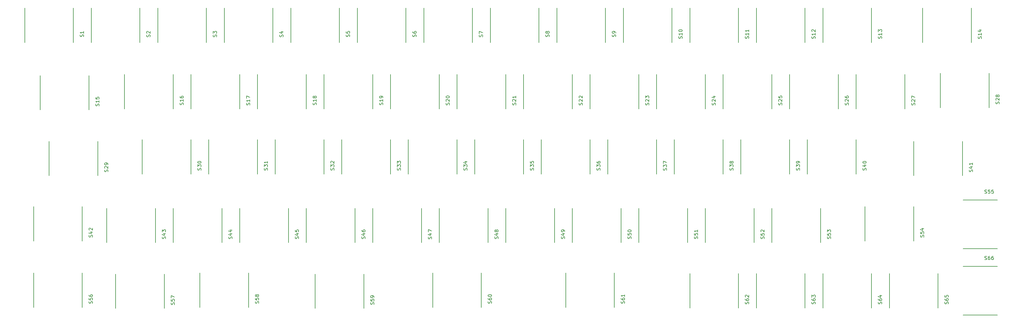
<source format=gbr>
G04 --- HEADER BEGIN --- *
G04 #@! TF.GenerationSoftware,LibrePCB,LibrePCB,0.1.6*
G04 #@! TF.CreationDate,2022-01-23T01:59:08*
G04 #@! TF.ProjectId,kbdkid2,7819c900-32f6-47f1-a260-aa52c2de7dd9,v1*
G04 #@! TF.Part,Single*
G04 #@! TF.SameCoordinates*
G04 #@! TF.FileFunction,Legend,Top*
G04 #@! TF.FilePolarity,Positive*
%FSLAX66Y66*%
%MOMM*%
G01*
G75*
G04 --- HEADER END --- *
G04 --- APERTURE LIST BEGIN --- *
%ADD10C,0.2*%
G04 --- APERTURE LIST END --- *
G04 --- BOARD BEGIN --- *
D10*
G04 #@! TO.C,S37*
X179080000Y62395000D02*
X179080000Y52535000D01*
X193030000Y62395000D02*
X193030000Y52535000D01*
G04 #@! TO.C,S44*
X54620000Y42715000D02*
X54620000Y32855000D01*
X68570000Y42715000D02*
X68570000Y32855000D01*
G04 #@! TO.C,S45*
X73670000Y42715000D02*
X73670000Y32855000D01*
X87620000Y42715000D02*
X87620000Y32855000D01*
G04 #@! TO.C,S54*
X252740000Y43185000D02*
X252740000Y33325000D01*
X266690000Y43185000D02*
X266690000Y33325000D01*
G04 #@! TO.C,S40*
X236230000Y62395000D02*
X236230000Y52535000D01*
X250180000Y62395000D02*
X250180000Y52535000D01*
G04 #@! TO.C,S28*
X274330000Y81445000D02*
X274330000Y71585000D01*
X288280000Y81445000D02*
X288280000Y71585000D01*
G04 #@! TO.C,S1*
X12075000Y100180000D02*
X12075000Y90320000D01*
X26025000Y100180000D02*
X26025000Y90320000D01*
G04 #@! TO.C,S27*
X250200000Y81125000D02*
X250200000Y71265000D01*
X264150000Y81125000D02*
X264150000Y71265000D01*
G04 #@! TO.C,S7*
X126375000Y100180000D02*
X126375000Y90320000D01*
X140325000Y100180000D02*
X140325000Y90320000D01*
G04 #@! TO.C,S24*
X193050000Y81125000D02*
X193050000Y71265000D01*
X207000000Y81125000D02*
X207000000Y71265000D01*
G04 #@! TO.C,S12*
X221625000Y100180000D02*
X221625000Y90320000D01*
X235575000Y100180000D02*
X235575000Y90320000D01*
G04 #@! TO.C,S43*
X35570000Y42715000D02*
X35570000Y32855000D01*
X49520000Y42715000D02*
X49520000Y32855000D01*
G04 #@! TO.C,S11*
X202575000Y100180000D02*
X202575000Y90320000D01*
X216525000Y100180000D02*
X216525000Y90320000D01*
G04 #@! TO.C,S18*
X78750000Y81125000D02*
X78750000Y71265000D01*
X92700000Y81125000D02*
X92700000Y71265000D01*
G04 #@! TO.C,S58*
X62240000Y24135000D02*
X62240000Y14275000D01*
X76190000Y24135000D02*
X76190000Y14275000D01*
G04 #@! TO.C,S10*
X183525000Y100180000D02*
X183525000Y90320000D01*
X197475000Y100180000D02*
X197475000Y90320000D01*
G04 #@! TO.C,S32*
X83830000Y62395000D02*
X83830000Y52535000D01*
X97780000Y62395000D02*
X97780000Y52535000D01*
G04 #@! TO.C,S61*
X167015000Y24140000D02*
X167015000Y14280000D01*
X180965000Y24140000D02*
X180965000Y14280000D01*
G04 #@! TO.C,S41*
X266710000Y61925000D02*
X266710000Y52065000D01*
X280660000Y61925000D02*
X280660000Y52065000D01*
G04 #@! TO.C,S23*
X174000000Y81125000D02*
X174000000Y71265000D01*
X187950000Y81125000D02*
X187950000Y71265000D01*
G04 #@! TO.C,S19*
X97800000Y81125000D02*
X97800000Y71265000D01*
X111750000Y81125000D02*
X111750000Y71265000D01*
G04 #@! TO.C,S8*
X145425000Y100180000D02*
X145425000Y90320000D01*
X159375000Y100180000D02*
X159375000Y90320000D01*
G04 #@! TO.C,S56*
X14615000Y24140000D02*
X14615000Y14280000D01*
X28565000Y24140000D02*
X28565000Y14280000D01*
G04 #@! TO.C,S30*
X45730000Y62395000D02*
X45730000Y52535000D01*
X59680000Y62395000D02*
X59680000Y52535000D01*
G04 #@! TO.C,S20*
X116850000Y81125000D02*
X116850000Y71265000D01*
X130800000Y81125000D02*
X130800000Y71265000D01*
G04 #@! TO.C,S2*
X31125000Y100180000D02*
X31125000Y90320000D01*
X45075000Y100180000D02*
X45075000Y90320000D01*
G04 #@! TO.C,S42*
X14615000Y43190000D02*
X14615000Y33330000D01*
X28565000Y43190000D02*
X28565000Y33330000D01*
G04 #@! TO.C,S38*
X198130000Y62395000D02*
X198130000Y52535000D01*
X212080000Y62395000D02*
X212080000Y52535000D01*
G04 #@! TO.C,S34*
X121930000Y62395000D02*
X121930000Y52535000D01*
X135880000Y62395000D02*
X135880000Y52535000D01*
G04 #@! TO.C,S39*
X217180000Y62395000D02*
X217180000Y52535000D01*
X231130000Y62395000D02*
X231130000Y52535000D01*
G04 #@! TO.C,S31*
X64780000Y62395000D02*
X64780000Y52535000D01*
X78730000Y62395000D02*
X78730000Y52535000D01*
G04 #@! TO.C,S6*
X107325000Y100180000D02*
X107325000Y90320000D01*
X121275000Y100180000D02*
X121275000Y90320000D01*
G04 #@! TO.C,S5*
X88275000Y100180000D02*
X88275000Y90320000D01*
X102225000Y100180000D02*
X102225000Y90320000D01*
G04 #@! TO.C,S55*
X280820000Y31125000D02*
X290680000Y31125000D01*
X280820000Y45075000D02*
X290680000Y45075000D01*
G04 #@! TO.C,S3*
X50175000Y100180000D02*
X50175000Y90320000D01*
X64125000Y100180000D02*
X64125000Y90320000D01*
G04 #@! TO.C,S57*
X38110000Y23825000D02*
X38110000Y13965000D01*
X52060000Y23825000D02*
X52060000Y13965000D01*
G04 #@! TO.C,S14*
X269250000Y100175000D02*
X269250000Y90315000D01*
X283200000Y100175000D02*
X283200000Y90315000D01*
G04 #@! TO.C,S33*
X102880000Y62395000D02*
X102880000Y52535000D01*
X116830000Y62395000D02*
X116830000Y52535000D01*
G04 #@! TO.C,S65*
X259725000Y23980000D02*
X259725000Y14120000D01*
X273675000Y23980000D02*
X273675000Y14120000D01*
G04 #@! TO.C,S51*
X187970000Y42715000D02*
X187970000Y32855000D01*
X201920000Y42715000D02*
X201920000Y32855000D01*
G04 #@! TO.C,S13*
X240675000Y100180000D02*
X240675000Y90320000D01*
X254625000Y100180000D02*
X254625000Y90320000D01*
G04 #@! TO.C,S46*
X92720000Y42715000D02*
X92720000Y32855000D01*
X106670000Y42715000D02*
X106670000Y32855000D01*
G04 #@! TO.C,S35*
X140980000Y62395000D02*
X140980000Y52535000D01*
X154930000Y62395000D02*
X154930000Y52535000D01*
G04 #@! TO.C,S22*
X154950000Y81125000D02*
X154950000Y71265000D01*
X168900000Y81125000D02*
X168900000Y71265000D01*
G04 #@! TO.C,S15*
X16520000Y80815000D02*
X16520000Y70955000D01*
X30470000Y80815000D02*
X30470000Y70955000D01*
G04 #@! TO.C,S17*
X59700000Y81125000D02*
X59700000Y71265000D01*
X73650000Y81125000D02*
X73650000Y71265000D01*
G04 #@! TO.C,S52*
X207020000Y42715000D02*
X207020000Y32855000D01*
X220970000Y42715000D02*
X220970000Y32855000D01*
G04 #@! TO.C,S9*
X164475000Y100180000D02*
X164475000Y90320000D01*
X178425000Y100180000D02*
X178425000Y90320000D01*
G04 #@! TO.C,S66*
X280820000Y12075000D02*
X290680000Y12075000D01*
X280820000Y26025000D02*
X290680000Y26025000D01*
G04 #@! TO.C,S16*
X40650000Y81125000D02*
X40650000Y71265000D01*
X54600000Y81125000D02*
X54600000Y71265000D01*
G04 #@! TO.C,S53*
X226070000Y42715000D02*
X226070000Y32855000D01*
X240020000Y42715000D02*
X240020000Y32855000D01*
G04 #@! TO.C,S21*
X135900000Y81125000D02*
X135900000Y71265000D01*
X149850000Y81125000D02*
X149850000Y71265000D01*
G04 #@! TO.C,S25*
X212100000Y81125000D02*
X212100000Y71265000D01*
X226050000Y81125000D02*
X226050000Y71265000D01*
G04 #@! TO.C,S60*
X128915000Y24140000D02*
X128915000Y14280000D01*
X142865000Y24140000D02*
X142865000Y14280000D01*
G04 #@! TO.C,S62*
X202575000Y23980000D02*
X202575000Y14120000D01*
X216525000Y23980000D02*
X216525000Y14120000D01*
G04 #@! TO.C,S49*
X149870000Y42715000D02*
X149870000Y32855000D01*
X163820000Y42715000D02*
X163820000Y32855000D01*
G04 #@! TO.C,S29*
X19060000Y61925000D02*
X19060000Y52065000D01*
X33010000Y61925000D02*
X33010000Y52065000D01*
G04 #@! TO.C,S63*
X221625000Y23980000D02*
X221625000Y14120000D01*
X235575000Y23980000D02*
X235575000Y14120000D01*
G04 #@! TO.C,S26*
X231150000Y81125000D02*
X231150000Y71265000D01*
X245100000Y81125000D02*
X245100000Y71265000D01*
G04 #@! TO.C,S48*
X130820000Y42715000D02*
X130820000Y32855000D01*
X144770000Y42715000D02*
X144770000Y32855000D01*
G04 #@! TO.C,S64*
X240675000Y23980000D02*
X240675000Y14120000D01*
X254625000Y23980000D02*
X254625000Y14120000D01*
G04 #@! TO.C,S4*
X69225000Y100180000D02*
X69225000Y90320000D01*
X83175000Y100180000D02*
X83175000Y90320000D01*
G04 #@! TO.C,S47*
X111770000Y42715000D02*
X111770000Y32855000D01*
X125720000Y42715000D02*
X125720000Y32855000D01*
G04 #@! TO.C,S59*
X95260000Y23825000D02*
X95260000Y13965000D01*
X109210000Y23825000D02*
X109210000Y13965000D01*
G04 #@! TO.C,S36*
X160030000Y62395000D02*
X160030000Y52535000D01*
X173980000Y62395000D02*
X173980000Y52535000D01*
G04 #@! TO.C,S50*
X168920000Y42715000D02*
X168920000Y32855000D01*
X182870000Y42715000D02*
X182870000Y32855000D01*
G04 #@! TO.C,S37*
X195897222Y53596667D02*
X195945000Y53740000D01*
X195945000Y53977778D01*
X195897222Y54073334D01*
X195849444Y54120000D01*
X195755000Y54167778D01*
X195659444Y54167778D01*
X195563889Y54120000D01*
X195516111Y54073334D01*
X195468333Y53977778D01*
X195421667Y53786667D01*
X195373889Y53692223D01*
X195326111Y53644445D01*
X195230556Y53596667D01*
X195135000Y53596667D01*
X195040556Y53644445D01*
X194992778Y53692223D01*
X194945000Y53786667D01*
X194945000Y54025556D01*
X194992778Y54167778D01*
X194945000Y54567778D02*
X194945000Y55186667D01*
X195326111Y54853334D01*
X195326111Y54996667D01*
X195373889Y55091111D01*
X195421667Y55138889D01*
X195516111Y55186667D01*
X195755000Y55186667D01*
X195849444Y55138889D01*
X195897222Y55091111D01*
X195945000Y54996667D01*
X195945000Y54711111D01*
X195897222Y54615556D01*
X195849444Y54567778D01*
X194945000Y55586667D02*
X194945000Y56253334D01*
X195945000Y55824445D01*
G04 #@! TO.C,S44*
X71437222Y33940556D02*
X71485000Y34083889D01*
X71485000Y34321667D01*
X71437222Y34417223D01*
X71389444Y34463889D01*
X71295000Y34511667D01*
X71199444Y34511667D01*
X71103889Y34463889D01*
X71056111Y34417223D01*
X71008333Y34321667D01*
X70961667Y34130556D01*
X70913889Y34036112D01*
X70866111Y33988334D01*
X70770556Y33940556D01*
X70675000Y33940556D01*
X70580556Y33988334D01*
X70532778Y34036112D01*
X70485000Y34130556D01*
X70485000Y34369445D01*
X70532778Y34511667D01*
X70818333Y35388334D02*
X71485000Y35388334D01*
X70437222Y35149445D02*
X71151667Y34911667D01*
X71151667Y35530556D01*
X70818333Y36407223D02*
X71485000Y36407223D01*
X70437222Y36168334D02*
X71151667Y35930556D01*
X71151667Y36549445D01*
G04 #@! TO.C,S45*
X90487222Y33964445D02*
X90535000Y34107778D01*
X90535000Y34345556D01*
X90487222Y34441112D01*
X90439444Y34487778D01*
X90345000Y34535556D01*
X90249444Y34535556D01*
X90153889Y34487778D01*
X90106111Y34441112D01*
X90058333Y34345556D01*
X90011667Y34154445D01*
X89963889Y34060001D01*
X89916111Y34012223D01*
X89820556Y33964445D01*
X89725000Y33964445D01*
X89630556Y34012223D01*
X89582778Y34060001D01*
X89535000Y34154445D01*
X89535000Y34393334D01*
X89582778Y34535556D01*
X89868333Y35412223D02*
X90535000Y35412223D01*
X89487222Y35173334D02*
X90201667Y34935556D01*
X90201667Y35554445D01*
X89535000Y36477778D02*
X89535000Y36002223D01*
X90011667Y35954445D01*
X89963889Y36002223D01*
X89916111Y36097778D01*
X89916111Y36335556D01*
X89963889Y36431112D01*
X90011667Y36477778D01*
X90106111Y36525556D01*
X90345000Y36525556D01*
X90439444Y36477778D01*
X90487222Y36431112D01*
X90535000Y36335556D01*
X90535000Y36097778D01*
X90487222Y36002223D01*
X90439444Y35954445D01*
G04 #@! TO.C,S54*
X269557222Y34434445D02*
X269605000Y34577778D01*
X269605000Y34815556D01*
X269557222Y34911112D01*
X269509444Y34957778D01*
X269415000Y35005556D01*
X269319444Y35005556D01*
X269223889Y34957778D01*
X269176111Y34911112D01*
X269128333Y34815556D01*
X269081667Y34624445D01*
X269033889Y34530001D01*
X268986111Y34482223D01*
X268890556Y34434445D01*
X268795000Y34434445D01*
X268700556Y34482223D01*
X268652778Y34530001D01*
X268605000Y34624445D01*
X268605000Y34863334D01*
X268652778Y35005556D01*
X268605000Y35928889D02*
X268605000Y35453334D01*
X269081667Y35405556D01*
X269033889Y35453334D01*
X268986111Y35548889D01*
X268986111Y35786667D01*
X269033889Y35882223D01*
X269081667Y35928889D01*
X269176111Y35976667D01*
X269415000Y35976667D01*
X269509444Y35928889D01*
X269557222Y35882223D01*
X269605000Y35786667D01*
X269605000Y35548889D01*
X269557222Y35453334D01*
X269509444Y35405556D01*
X268938333Y36853334D02*
X269605000Y36853334D01*
X268557222Y36614445D02*
X269271667Y36376667D01*
X269271667Y36995556D01*
G04 #@! TO.C,S40*
X253047222Y53644445D02*
X253095000Y53787778D01*
X253095000Y54025556D01*
X253047222Y54121112D01*
X252999444Y54167778D01*
X252905000Y54215556D01*
X252809444Y54215556D01*
X252713889Y54167778D01*
X252666111Y54121112D01*
X252618333Y54025556D01*
X252571667Y53834445D01*
X252523889Y53740001D01*
X252476111Y53692223D01*
X252380556Y53644445D01*
X252285000Y53644445D01*
X252190556Y53692223D01*
X252142778Y53740001D01*
X252095000Y53834445D01*
X252095000Y54073334D01*
X252142778Y54215556D01*
X252428333Y55092223D02*
X253095000Y55092223D01*
X252047222Y54853334D02*
X252761667Y54615556D01*
X252761667Y55234445D01*
X252095000Y55872223D02*
X252095000Y55967778D01*
X252142778Y56063334D01*
X252190556Y56111112D01*
X252285000Y56157778D01*
X252476111Y56205556D01*
X252713889Y56205556D01*
X252905000Y56157778D01*
X252999444Y56111112D01*
X253047222Y56063334D01*
X253095000Y55967778D01*
X253095000Y55872223D01*
X253047222Y55777778D01*
X252999444Y55730001D01*
X252905000Y55682223D01*
X252713889Y55634445D01*
X252476111Y55634445D01*
X252285000Y55682223D01*
X252190556Y55730001D01*
X252142778Y55777778D01*
X252095000Y55872223D01*
G04 #@! TO.C,S28*
X291147222Y72694445D02*
X291195000Y72837778D01*
X291195000Y73075556D01*
X291147222Y73171112D01*
X291099444Y73217778D01*
X291005000Y73265556D01*
X290909444Y73265556D01*
X290813889Y73217778D01*
X290766111Y73171112D01*
X290718333Y73075556D01*
X290671667Y72884445D01*
X290623889Y72790001D01*
X290576111Y72742223D01*
X290480556Y72694445D01*
X290385000Y72694445D01*
X290290556Y72742223D01*
X290242778Y72790001D01*
X290195000Y72884445D01*
X290195000Y73123334D01*
X290242778Y73265556D01*
X290290556Y73713334D02*
X290242778Y73761112D01*
X290195000Y73855556D01*
X290195000Y74094445D01*
X290242778Y74188889D01*
X290290556Y74236667D01*
X290385000Y74284445D01*
X290480556Y74284445D01*
X290623889Y74236667D01*
X291195000Y73665556D01*
X291195000Y74284445D01*
X290623889Y74874445D02*
X290576111Y74780001D01*
X290528333Y74732223D01*
X290432778Y74684445D01*
X290385000Y74684445D01*
X290290556Y74732223D01*
X290242778Y74780001D01*
X290195000Y74874445D01*
X290195000Y75065556D01*
X290242778Y75161112D01*
X290290556Y75207778D01*
X290385000Y75255556D01*
X290432778Y75255556D01*
X290528333Y75207778D01*
X290576111Y75161112D01*
X290623889Y75065556D01*
X290623889Y74874445D01*
X290671667Y74780001D01*
X290718333Y74732223D01*
X290813889Y74684445D01*
X291005000Y74684445D01*
X291099444Y74732223D01*
X291147222Y74780001D01*
X291195000Y74874445D01*
X291195000Y75065556D01*
X291147222Y75161112D01*
X291099444Y75207778D01*
X291005000Y75255556D01*
X290813889Y75255556D01*
X290718333Y75207778D01*
X290671667Y75161112D01*
X290623889Y75065556D01*
G04 #@! TO.C,S1*
X28892222Y91938889D02*
X28940000Y92082222D01*
X28940000Y92320000D01*
X28892222Y92415556D01*
X28844444Y92462222D01*
X28750000Y92510000D01*
X28654444Y92510000D01*
X28558889Y92462222D01*
X28511111Y92415556D01*
X28463333Y92320000D01*
X28416667Y92128889D01*
X28368889Y92034445D01*
X28321111Y91986667D01*
X28225556Y91938889D01*
X28130000Y91938889D01*
X28035556Y91986667D01*
X27987778Y92034445D01*
X27940000Y92128889D01*
X27940000Y92367778D01*
X27987778Y92510000D01*
X28940000Y93481111D02*
X28940000Y92910000D01*
X28940000Y93195556D02*
X27940000Y93195556D01*
X28083333Y93100000D01*
X28177778Y93005556D01*
X28225556Y92910000D01*
G04 #@! TO.C,S27*
X267017222Y72326667D02*
X267065000Y72470000D01*
X267065000Y72707778D01*
X267017222Y72803334D01*
X266969444Y72850000D01*
X266875000Y72897778D01*
X266779444Y72897778D01*
X266683889Y72850000D01*
X266636111Y72803334D01*
X266588333Y72707778D01*
X266541667Y72516667D01*
X266493889Y72422223D01*
X266446111Y72374445D01*
X266350556Y72326667D01*
X266255000Y72326667D01*
X266160556Y72374445D01*
X266112778Y72422223D01*
X266065000Y72516667D01*
X266065000Y72755556D01*
X266112778Y72897778D01*
X266160556Y73345556D02*
X266112778Y73393334D01*
X266065000Y73487778D01*
X266065000Y73726667D01*
X266112778Y73821111D01*
X266160556Y73868889D01*
X266255000Y73916667D01*
X266350556Y73916667D01*
X266493889Y73868889D01*
X267065000Y73297778D01*
X267065000Y73916667D01*
X266065000Y74316667D02*
X266065000Y74983334D01*
X267065000Y74554445D01*
G04 #@! TO.C,S7*
X143192222Y91891111D02*
X143240000Y92034444D01*
X143240000Y92272222D01*
X143192222Y92367778D01*
X143144444Y92414444D01*
X143050000Y92462222D01*
X142954444Y92462222D01*
X142858889Y92414444D01*
X142811111Y92367778D01*
X142763333Y92272222D01*
X142716667Y92081111D01*
X142668889Y91986667D01*
X142621111Y91938889D01*
X142525556Y91891111D01*
X142430000Y91891111D01*
X142335556Y91938889D01*
X142287778Y91986667D01*
X142240000Y92081111D01*
X142240000Y92320000D01*
X142287778Y92462222D01*
X142240000Y92862222D02*
X142240000Y93528889D01*
X143240000Y93100000D01*
G04 #@! TO.C,S24*
X209867222Y72350556D02*
X209915000Y72493889D01*
X209915000Y72731667D01*
X209867222Y72827223D01*
X209819444Y72873889D01*
X209725000Y72921667D01*
X209629444Y72921667D01*
X209533889Y72873889D01*
X209486111Y72827223D01*
X209438333Y72731667D01*
X209391667Y72540556D01*
X209343889Y72446112D01*
X209296111Y72398334D01*
X209200556Y72350556D01*
X209105000Y72350556D01*
X209010556Y72398334D01*
X208962778Y72446112D01*
X208915000Y72540556D01*
X208915000Y72779445D01*
X208962778Y72921667D01*
X209010556Y73369445D02*
X208962778Y73417223D01*
X208915000Y73511667D01*
X208915000Y73750556D01*
X208962778Y73845000D01*
X209010556Y73892778D01*
X209105000Y73940556D01*
X209200556Y73940556D01*
X209343889Y73892778D01*
X209915000Y73321667D01*
X209915000Y73940556D01*
X209248333Y74817223D02*
X209915000Y74817223D01*
X208867222Y74578334D02*
X209581667Y74340556D01*
X209581667Y74959445D01*
G04 #@! TO.C,S12*
X238442222Y91429445D02*
X238490000Y91572778D01*
X238490000Y91810556D01*
X238442222Y91906112D01*
X238394444Y91952778D01*
X238300000Y92000556D01*
X238204444Y92000556D01*
X238108889Y91952778D01*
X238061111Y91906112D01*
X238013333Y91810556D01*
X237966667Y91619445D01*
X237918889Y91525001D01*
X237871111Y91477223D01*
X237775556Y91429445D01*
X237680000Y91429445D01*
X237585556Y91477223D01*
X237537778Y91525001D01*
X237490000Y91619445D01*
X237490000Y91858334D01*
X237537778Y92000556D01*
X238490000Y92971667D02*
X238490000Y92400556D01*
X238490000Y92686112D02*
X237490000Y92686112D01*
X237633333Y92590556D01*
X237727778Y92496112D01*
X237775556Y92400556D01*
X237585556Y93419445D02*
X237537778Y93467223D01*
X237490000Y93561667D01*
X237490000Y93800556D01*
X237537778Y93895000D01*
X237585556Y93942778D01*
X237680000Y93990556D01*
X237775556Y93990556D01*
X237918889Y93942778D01*
X238490000Y93371667D01*
X238490000Y93990556D01*
G04 #@! TO.C,S43*
X52387222Y33940556D02*
X52435000Y34083889D01*
X52435000Y34321667D01*
X52387222Y34417223D01*
X52339444Y34463889D01*
X52245000Y34511667D01*
X52149444Y34511667D01*
X52053889Y34463889D01*
X52006111Y34417223D01*
X51958333Y34321667D01*
X51911667Y34130556D01*
X51863889Y34036112D01*
X51816111Y33988334D01*
X51720556Y33940556D01*
X51625000Y33940556D01*
X51530556Y33988334D01*
X51482778Y34036112D01*
X51435000Y34130556D01*
X51435000Y34369445D01*
X51482778Y34511667D01*
X51768333Y35388334D02*
X52435000Y35388334D01*
X51387222Y35149445D02*
X52101667Y34911667D01*
X52101667Y35530556D01*
X51435000Y35930556D02*
X51435000Y36549445D01*
X51816111Y36216112D01*
X51816111Y36359445D01*
X51863889Y36453889D01*
X51911667Y36501667D01*
X52006111Y36549445D01*
X52245000Y36549445D01*
X52339444Y36501667D01*
X52387222Y36453889D01*
X52435000Y36359445D01*
X52435000Y36073889D01*
X52387222Y35978334D01*
X52339444Y35930556D01*
G04 #@! TO.C,S11*
X219392222Y91453334D02*
X219440000Y91596667D01*
X219440000Y91834445D01*
X219392222Y91930001D01*
X219344444Y91976667D01*
X219250000Y92024445D01*
X219154444Y92024445D01*
X219058889Y91976667D01*
X219011111Y91930001D01*
X218963333Y91834445D01*
X218916667Y91643334D01*
X218868889Y91548890D01*
X218821111Y91501112D01*
X218725556Y91453334D01*
X218630000Y91453334D01*
X218535556Y91501112D01*
X218487778Y91548890D01*
X218440000Y91643334D01*
X218440000Y91882223D01*
X218487778Y92024445D01*
X219440000Y92995556D02*
X219440000Y92424445D01*
X219440000Y92710001D02*
X218440000Y92710001D01*
X218583333Y92614445D01*
X218677778Y92520001D01*
X218725556Y92424445D01*
X219440000Y93966667D02*
X219440000Y93395556D01*
X219440000Y93681112D02*
X218440000Y93681112D01*
X218583333Y93585556D01*
X218677778Y93491112D01*
X218725556Y93395556D01*
G04 #@! TO.C,S18*
X95567222Y72398334D02*
X95615000Y72541667D01*
X95615000Y72779445D01*
X95567222Y72875001D01*
X95519444Y72921667D01*
X95425000Y72969445D01*
X95329444Y72969445D01*
X95233889Y72921667D01*
X95186111Y72875001D01*
X95138333Y72779445D01*
X95091667Y72588334D01*
X95043889Y72493890D01*
X94996111Y72446112D01*
X94900556Y72398334D01*
X94805000Y72398334D01*
X94710556Y72446112D01*
X94662778Y72493890D01*
X94615000Y72588334D01*
X94615000Y72827223D01*
X94662778Y72969445D01*
X95615000Y73940556D02*
X95615000Y73369445D01*
X95615000Y73655001D02*
X94615000Y73655001D01*
X94758333Y73559445D01*
X94852778Y73465001D01*
X94900556Y73369445D01*
X95043889Y74530556D02*
X94996111Y74436112D01*
X94948333Y74388334D01*
X94852778Y74340556D01*
X94805000Y74340556D01*
X94710556Y74388334D01*
X94662778Y74436112D01*
X94615000Y74530556D01*
X94615000Y74721667D01*
X94662778Y74817223D01*
X94710556Y74863889D01*
X94805000Y74911667D01*
X94852778Y74911667D01*
X94948333Y74863889D01*
X94996111Y74817223D01*
X95043889Y74721667D01*
X95043889Y74530556D01*
X95091667Y74436112D01*
X95138333Y74388334D01*
X95233889Y74340556D01*
X95425000Y74340556D01*
X95519444Y74388334D01*
X95567222Y74436112D01*
X95615000Y74530556D01*
X95615000Y74721667D01*
X95567222Y74817223D01*
X95519444Y74863889D01*
X95425000Y74911667D01*
X95233889Y74911667D01*
X95138333Y74863889D01*
X95091667Y74817223D01*
X95043889Y74721667D01*
G04 #@! TO.C,S58*
X79057222Y15408334D02*
X79105000Y15551667D01*
X79105000Y15789445D01*
X79057222Y15885001D01*
X79009444Y15931667D01*
X78915000Y15979445D01*
X78819444Y15979445D01*
X78723889Y15931667D01*
X78676111Y15885001D01*
X78628333Y15789445D01*
X78581667Y15598334D01*
X78533889Y15503890D01*
X78486111Y15456112D01*
X78390556Y15408334D01*
X78295000Y15408334D01*
X78200556Y15456112D01*
X78152778Y15503890D01*
X78105000Y15598334D01*
X78105000Y15837223D01*
X78152778Y15979445D01*
X78105000Y16902778D02*
X78105000Y16427223D01*
X78581667Y16379445D01*
X78533889Y16427223D01*
X78486111Y16522778D01*
X78486111Y16760556D01*
X78533889Y16856112D01*
X78581667Y16902778D01*
X78676111Y16950556D01*
X78915000Y16950556D01*
X79009444Y16902778D01*
X79057222Y16856112D01*
X79105000Y16760556D01*
X79105000Y16522778D01*
X79057222Y16427223D01*
X79009444Y16379445D01*
X78533889Y17540556D02*
X78486111Y17446112D01*
X78438333Y17398334D01*
X78342778Y17350556D01*
X78295000Y17350556D01*
X78200556Y17398334D01*
X78152778Y17446112D01*
X78105000Y17540556D01*
X78105000Y17731667D01*
X78152778Y17827223D01*
X78200556Y17873889D01*
X78295000Y17921667D01*
X78342778Y17921667D01*
X78438333Y17873889D01*
X78486111Y17827223D01*
X78533889Y17731667D01*
X78533889Y17540556D01*
X78581667Y17446112D01*
X78628333Y17398334D01*
X78723889Y17350556D01*
X78915000Y17350556D01*
X79009444Y17398334D01*
X79057222Y17446112D01*
X79105000Y17540556D01*
X79105000Y17731667D01*
X79057222Y17827223D01*
X79009444Y17873889D01*
X78915000Y17921667D01*
X78723889Y17921667D01*
X78628333Y17873889D01*
X78581667Y17827223D01*
X78533889Y17731667D01*
G04 #@! TO.C,S10*
X200342222Y91453334D02*
X200390000Y91596667D01*
X200390000Y91834445D01*
X200342222Y91930001D01*
X200294444Y91976667D01*
X200200000Y92024445D01*
X200104444Y92024445D01*
X200008889Y91976667D01*
X199961111Y91930001D01*
X199913333Y91834445D01*
X199866667Y91643334D01*
X199818889Y91548890D01*
X199771111Y91501112D01*
X199675556Y91453334D01*
X199580000Y91453334D01*
X199485556Y91501112D01*
X199437778Y91548890D01*
X199390000Y91643334D01*
X199390000Y91882223D01*
X199437778Y92024445D01*
X200390000Y92995556D02*
X200390000Y92424445D01*
X200390000Y92710001D02*
X199390000Y92710001D01*
X199533333Y92614445D01*
X199627778Y92520001D01*
X199675556Y92424445D01*
X199390000Y93633334D02*
X199390000Y93728889D01*
X199437778Y93824445D01*
X199485556Y93872223D01*
X199580000Y93918889D01*
X199771111Y93966667D01*
X200008889Y93966667D01*
X200200000Y93918889D01*
X200294444Y93872223D01*
X200342222Y93824445D01*
X200390000Y93728889D01*
X200390000Y93633334D01*
X200342222Y93538889D01*
X200294444Y93491112D01*
X200200000Y93443334D01*
X200008889Y93395556D01*
X199771111Y93395556D01*
X199580000Y93443334D01*
X199485556Y93491112D01*
X199437778Y93538889D01*
X199390000Y93633334D01*
G04 #@! TO.C,S32*
X100647222Y53620556D02*
X100695000Y53763889D01*
X100695000Y54001667D01*
X100647222Y54097223D01*
X100599444Y54143889D01*
X100505000Y54191667D01*
X100409444Y54191667D01*
X100313889Y54143889D01*
X100266111Y54097223D01*
X100218333Y54001667D01*
X100171667Y53810556D01*
X100123889Y53716112D01*
X100076111Y53668334D01*
X99980556Y53620556D01*
X99885000Y53620556D01*
X99790556Y53668334D01*
X99742778Y53716112D01*
X99695000Y53810556D01*
X99695000Y54049445D01*
X99742778Y54191667D01*
X99695000Y54591667D02*
X99695000Y55210556D01*
X100076111Y54877223D01*
X100076111Y55020556D01*
X100123889Y55115000D01*
X100171667Y55162778D01*
X100266111Y55210556D01*
X100505000Y55210556D01*
X100599444Y55162778D01*
X100647222Y55115000D01*
X100695000Y55020556D01*
X100695000Y54735000D01*
X100647222Y54639445D01*
X100599444Y54591667D01*
X99790556Y55658334D02*
X99742778Y55706112D01*
X99695000Y55800556D01*
X99695000Y56039445D01*
X99742778Y56133889D01*
X99790556Y56181667D01*
X99885000Y56229445D01*
X99980556Y56229445D01*
X100123889Y56181667D01*
X100695000Y55610556D01*
X100695000Y56229445D01*
G04 #@! TO.C,S61*
X183832222Y15413334D02*
X183880000Y15556667D01*
X183880000Y15794445D01*
X183832222Y15890001D01*
X183784444Y15936667D01*
X183690000Y15984445D01*
X183594444Y15984445D01*
X183498889Y15936667D01*
X183451111Y15890001D01*
X183403333Y15794445D01*
X183356667Y15603334D01*
X183308889Y15508890D01*
X183261111Y15461112D01*
X183165556Y15413334D01*
X183070000Y15413334D01*
X182975556Y15461112D01*
X182927778Y15508890D01*
X182880000Y15603334D01*
X182880000Y15842223D01*
X182927778Y15984445D01*
X182880000Y16861112D02*
X182880000Y16670001D01*
X182927778Y16574445D01*
X182975556Y16527778D01*
X183117778Y16432223D01*
X183308889Y16384445D01*
X183690000Y16384445D01*
X183784444Y16432223D01*
X183832222Y16480001D01*
X183880000Y16574445D01*
X183880000Y16765556D01*
X183832222Y16861112D01*
X183784444Y16907778D01*
X183690000Y16955556D01*
X183451111Y16955556D01*
X183356667Y16907778D01*
X183308889Y16861112D01*
X183261111Y16765556D01*
X183261111Y16574445D01*
X183308889Y16480001D01*
X183356667Y16432223D01*
X183451111Y16384445D01*
X183880000Y17926667D02*
X183880000Y17355556D01*
X183880000Y17641112D02*
X182880000Y17641112D01*
X183023333Y17545556D01*
X183117778Y17451112D01*
X183165556Y17355556D01*
G04 #@! TO.C,S41*
X283527222Y53174445D02*
X283575000Y53317778D01*
X283575000Y53555556D01*
X283527222Y53651112D01*
X283479444Y53697778D01*
X283385000Y53745556D01*
X283289444Y53745556D01*
X283193889Y53697778D01*
X283146111Y53651112D01*
X283098333Y53555556D01*
X283051667Y53364445D01*
X283003889Y53270001D01*
X282956111Y53222223D01*
X282860556Y53174445D01*
X282765000Y53174445D01*
X282670556Y53222223D01*
X282622778Y53270001D01*
X282575000Y53364445D01*
X282575000Y53603334D01*
X282622778Y53745556D01*
X282908333Y54622223D02*
X283575000Y54622223D01*
X282527222Y54383334D02*
X283241667Y54145556D01*
X283241667Y54764445D01*
X283575000Y55735556D02*
X283575000Y55164445D01*
X283575000Y55450001D02*
X282575000Y55450001D01*
X282718333Y55354445D01*
X282812778Y55260001D01*
X282860556Y55164445D01*
G04 #@! TO.C,S23*
X190817222Y72350556D02*
X190865000Y72493889D01*
X190865000Y72731667D01*
X190817222Y72827223D01*
X190769444Y72873889D01*
X190675000Y72921667D01*
X190579444Y72921667D01*
X190483889Y72873889D01*
X190436111Y72827223D01*
X190388333Y72731667D01*
X190341667Y72540556D01*
X190293889Y72446112D01*
X190246111Y72398334D01*
X190150556Y72350556D01*
X190055000Y72350556D01*
X189960556Y72398334D01*
X189912778Y72446112D01*
X189865000Y72540556D01*
X189865000Y72779445D01*
X189912778Y72921667D01*
X189960556Y73369445D02*
X189912778Y73417223D01*
X189865000Y73511667D01*
X189865000Y73750556D01*
X189912778Y73845000D01*
X189960556Y73892778D01*
X190055000Y73940556D01*
X190150556Y73940556D01*
X190293889Y73892778D01*
X190865000Y73321667D01*
X190865000Y73940556D01*
X189865000Y74340556D02*
X189865000Y74959445D01*
X190246111Y74626112D01*
X190246111Y74769445D01*
X190293889Y74863889D01*
X190341667Y74911667D01*
X190436111Y74959445D01*
X190675000Y74959445D01*
X190769444Y74911667D01*
X190817222Y74863889D01*
X190865000Y74769445D01*
X190865000Y74483889D01*
X190817222Y74388334D01*
X190769444Y74340556D01*
G04 #@! TO.C,S19*
X114617222Y72398334D02*
X114665000Y72541667D01*
X114665000Y72779445D01*
X114617222Y72875001D01*
X114569444Y72921667D01*
X114475000Y72969445D01*
X114379444Y72969445D01*
X114283889Y72921667D01*
X114236111Y72875001D01*
X114188333Y72779445D01*
X114141667Y72588334D01*
X114093889Y72493890D01*
X114046111Y72446112D01*
X113950556Y72398334D01*
X113855000Y72398334D01*
X113760556Y72446112D01*
X113712778Y72493890D01*
X113665000Y72588334D01*
X113665000Y72827223D01*
X113712778Y72969445D01*
X114665000Y73940556D02*
X114665000Y73369445D01*
X114665000Y73655001D02*
X113665000Y73655001D01*
X113808333Y73559445D01*
X113902778Y73465001D01*
X113950556Y73369445D01*
X114665000Y74436112D02*
X114665000Y74626112D01*
X114617222Y74721667D01*
X114569444Y74769445D01*
X114427222Y74863889D01*
X114236111Y74911667D01*
X113855000Y74911667D01*
X113760556Y74863889D01*
X113712778Y74817223D01*
X113665000Y74721667D01*
X113665000Y74530556D01*
X113712778Y74436112D01*
X113760556Y74388334D01*
X113855000Y74340556D01*
X114093889Y74340556D01*
X114188333Y74388334D01*
X114236111Y74436112D01*
X114283889Y74530556D01*
X114283889Y74721667D01*
X114236111Y74817223D01*
X114188333Y74863889D01*
X114093889Y74911667D01*
G04 #@! TO.C,S8*
X162242222Y91938889D02*
X162290000Y92082222D01*
X162290000Y92320000D01*
X162242222Y92415556D01*
X162194444Y92462222D01*
X162100000Y92510000D01*
X162004444Y92510000D01*
X161908889Y92462222D01*
X161861111Y92415556D01*
X161813333Y92320000D01*
X161766667Y92128889D01*
X161718889Y92034445D01*
X161671111Y91986667D01*
X161575556Y91938889D01*
X161480000Y91938889D01*
X161385556Y91986667D01*
X161337778Y92034445D01*
X161290000Y92128889D01*
X161290000Y92367778D01*
X161337778Y92510000D01*
X161718889Y93100000D02*
X161671111Y93005556D01*
X161623333Y92957778D01*
X161527778Y92910000D01*
X161480000Y92910000D01*
X161385556Y92957778D01*
X161337778Y93005556D01*
X161290000Y93100000D01*
X161290000Y93291111D01*
X161337778Y93386667D01*
X161385556Y93433333D01*
X161480000Y93481111D01*
X161527778Y93481111D01*
X161623333Y93433333D01*
X161671111Y93386667D01*
X161718889Y93291111D01*
X161718889Y93100000D01*
X161766667Y93005556D01*
X161813333Y92957778D01*
X161908889Y92910000D01*
X162100000Y92910000D01*
X162194444Y92957778D01*
X162242222Y93005556D01*
X162290000Y93100000D01*
X162290000Y93291111D01*
X162242222Y93386667D01*
X162194444Y93433333D01*
X162100000Y93481111D01*
X161908889Y93481111D01*
X161813333Y93433333D01*
X161766667Y93386667D01*
X161718889Y93291111D01*
G04 #@! TO.C,S56*
X31432222Y15413334D02*
X31480000Y15556667D01*
X31480000Y15794445D01*
X31432222Y15890001D01*
X31384444Y15936667D01*
X31290000Y15984445D01*
X31194444Y15984445D01*
X31098889Y15936667D01*
X31051111Y15890001D01*
X31003333Y15794445D01*
X30956667Y15603334D01*
X30908889Y15508890D01*
X30861111Y15461112D01*
X30765556Y15413334D01*
X30670000Y15413334D01*
X30575556Y15461112D01*
X30527778Y15508890D01*
X30480000Y15603334D01*
X30480000Y15842223D01*
X30527778Y15984445D01*
X30480000Y16907778D02*
X30480000Y16432223D01*
X30956667Y16384445D01*
X30908889Y16432223D01*
X30861111Y16527778D01*
X30861111Y16765556D01*
X30908889Y16861112D01*
X30956667Y16907778D01*
X31051111Y16955556D01*
X31290000Y16955556D01*
X31384444Y16907778D01*
X31432222Y16861112D01*
X31480000Y16765556D01*
X31480000Y16527778D01*
X31432222Y16432223D01*
X31384444Y16384445D01*
X30480000Y17832223D02*
X30480000Y17641112D01*
X30527778Y17545556D01*
X30575556Y17498889D01*
X30717778Y17403334D01*
X30908889Y17355556D01*
X31290000Y17355556D01*
X31384444Y17403334D01*
X31432222Y17451112D01*
X31480000Y17545556D01*
X31480000Y17736667D01*
X31432222Y17832223D01*
X31384444Y17878889D01*
X31290000Y17926667D01*
X31051111Y17926667D01*
X30956667Y17878889D01*
X30908889Y17832223D01*
X30861111Y17736667D01*
X30861111Y17545556D01*
X30908889Y17451112D01*
X30956667Y17403334D01*
X31051111Y17355556D01*
G04 #@! TO.C,S30*
X62547222Y53644445D02*
X62595000Y53787778D01*
X62595000Y54025556D01*
X62547222Y54121112D01*
X62499444Y54167778D01*
X62405000Y54215556D01*
X62309444Y54215556D01*
X62213889Y54167778D01*
X62166111Y54121112D01*
X62118333Y54025556D01*
X62071667Y53834445D01*
X62023889Y53740001D01*
X61976111Y53692223D01*
X61880556Y53644445D01*
X61785000Y53644445D01*
X61690556Y53692223D01*
X61642778Y53740001D01*
X61595000Y53834445D01*
X61595000Y54073334D01*
X61642778Y54215556D01*
X61595000Y54615556D02*
X61595000Y55234445D01*
X61976111Y54901112D01*
X61976111Y55044445D01*
X62023889Y55138889D01*
X62071667Y55186667D01*
X62166111Y55234445D01*
X62405000Y55234445D01*
X62499444Y55186667D01*
X62547222Y55138889D01*
X62595000Y55044445D01*
X62595000Y54758889D01*
X62547222Y54663334D01*
X62499444Y54615556D01*
X61595000Y55872223D02*
X61595000Y55967778D01*
X61642778Y56063334D01*
X61690556Y56111112D01*
X61785000Y56157778D01*
X61976111Y56205556D01*
X62213889Y56205556D01*
X62405000Y56157778D01*
X62499444Y56111112D01*
X62547222Y56063334D01*
X62595000Y55967778D01*
X62595000Y55872223D01*
X62547222Y55777778D01*
X62499444Y55730001D01*
X62405000Y55682223D01*
X62213889Y55634445D01*
X61976111Y55634445D01*
X61785000Y55682223D01*
X61690556Y55730001D01*
X61642778Y55777778D01*
X61595000Y55872223D01*
G04 #@! TO.C,S20*
X133667222Y72374445D02*
X133715000Y72517778D01*
X133715000Y72755556D01*
X133667222Y72851112D01*
X133619444Y72897778D01*
X133525000Y72945556D01*
X133429444Y72945556D01*
X133333889Y72897778D01*
X133286111Y72851112D01*
X133238333Y72755556D01*
X133191667Y72564445D01*
X133143889Y72470001D01*
X133096111Y72422223D01*
X133000556Y72374445D01*
X132905000Y72374445D01*
X132810556Y72422223D01*
X132762778Y72470001D01*
X132715000Y72564445D01*
X132715000Y72803334D01*
X132762778Y72945556D01*
X132810556Y73393334D02*
X132762778Y73441112D01*
X132715000Y73535556D01*
X132715000Y73774445D01*
X132762778Y73868889D01*
X132810556Y73916667D01*
X132905000Y73964445D01*
X133000556Y73964445D01*
X133143889Y73916667D01*
X133715000Y73345556D01*
X133715000Y73964445D01*
X132715000Y74602223D02*
X132715000Y74697778D01*
X132762778Y74793334D01*
X132810556Y74841112D01*
X132905000Y74887778D01*
X133096111Y74935556D01*
X133333889Y74935556D01*
X133525000Y74887778D01*
X133619444Y74841112D01*
X133667222Y74793334D01*
X133715000Y74697778D01*
X133715000Y74602223D01*
X133667222Y74507778D01*
X133619444Y74460001D01*
X133525000Y74412223D01*
X133333889Y74364445D01*
X133096111Y74364445D01*
X132905000Y74412223D01*
X132810556Y74460001D01*
X132762778Y74507778D01*
X132715000Y74602223D01*
G04 #@! TO.C,S2*
X47942222Y91915000D02*
X47990000Y92058333D01*
X47990000Y92296111D01*
X47942222Y92391667D01*
X47894444Y92438333D01*
X47800000Y92486111D01*
X47704444Y92486111D01*
X47608889Y92438333D01*
X47561111Y92391667D01*
X47513333Y92296111D01*
X47466667Y92105000D01*
X47418889Y92010556D01*
X47371111Y91962778D01*
X47275556Y91915000D01*
X47180000Y91915000D01*
X47085556Y91962778D01*
X47037778Y92010556D01*
X46990000Y92105000D01*
X46990000Y92343889D01*
X47037778Y92486111D01*
X47085556Y92933889D02*
X47037778Y92981667D01*
X46990000Y93076111D01*
X46990000Y93315000D01*
X47037778Y93409444D01*
X47085556Y93457222D01*
X47180000Y93505000D01*
X47275556Y93505000D01*
X47418889Y93457222D01*
X47990000Y92886111D01*
X47990000Y93505000D01*
G04 #@! TO.C,S42*
X31432222Y34415556D02*
X31480000Y34558889D01*
X31480000Y34796667D01*
X31432222Y34892223D01*
X31384444Y34938889D01*
X31290000Y34986667D01*
X31194444Y34986667D01*
X31098889Y34938889D01*
X31051111Y34892223D01*
X31003333Y34796667D01*
X30956667Y34605556D01*
X30908889Y34511112D01*
X30861111Y34463334D01*
X30765556Y34415556D01*
X30670000Y34415556D01*
X30575556Y34463334D01*
X30527778Y34511112D01*
X30480000Y34605556D01*
X30480000Y34844445D01*
X30527778Y34986667D01*
X30813333Y35863334D02*
X31480000Y35863334D01*
X30432222Y35624445D02*
X31146667Y35386667D01*
X31146667Y36005556D01*
X30575556Y36453334D02*
X30527778Y36501112D01*
X30480000Y36595556D01*
X30480000Y36834445D01*
X30527778Y36928889D01*
X30575556Y36976667D01*
X30670000Y37024445D01*
X30765556Y37024445D01*
X30908889Y36976667D01*
X31480000Y36405556D01*
X31480000Y37024445D01*
G04 #@! TO.C,S38*
X214947222Y53644445D02*
X214995000Y53787778D01*
X214995000Y54025556D01*
X214947222Y54121112D01*
X214899444Y54167778D01*
X214805000Y54215556D01*
X214709444Y54215556D01*
X214613889Y54167778D01*
X214566111Y54121112D01*
X214518333Y54025556D01*
X214471667Y53834445D01*
X214423889Y53740001D01*
X214376111Y53692223D01*
X214280556Y53644445D01*
X214185000Y53644445D01*
X214090556Y53692223D01*
X214042778Y53740001D01*
X213995000Y53834445D01*
X213995000Y54073334D01*
X214042778Y54215556D01*
X213995000Y54615556D02*
X213995000Y55234445D01*
X214376111Y54901112D01*
X214376111Y55044445D01*
X214423889Y55138889D01*
X214471667Y55186667D01*
X214566111Y55234445D01*
X214805000Y55234445D01*
X214899444Y55186667D01*
X214947222Y55138889D01*
X214995000Y55044445D01*
X214995000Y54758889D01*
X214947222Y54663334D01*
X214899444Y54615556D01*
X214423889Y55824445D02*
X214376111Y55730001D01*
X214328333Y55682223D01*
X214232778Y55634445D01*
X214185000Y55634445D01*
X214090556Y55682223D01*
X214042778Y55730001D01*
X213995000Y55824445D01*
X213995000Y56015556D01*
X214042778Y56111112D01*
X214090556Y56157778D01*
X214185000Y56205556D01*
X214232778Y56205556D01*
X214328333Y56157778D01*
X214376111Y56111112D01*
X214423889Y56015556D01*
X214423889Y55824445D01*
X214471667Y55730001D01*
X214518333Y55682223D01*
X214613889Y55634445D01*
X214805000Y55634445D01*
X214899444Y55682223D01*
X214947222Y55730001D01*
X214995000Y55824445D01*
X214995000Y56015556D01*
X214947222Y56111112D01*
X214899444Y56157778D01*
X214805000Y56205556D01*
X214613889Y56205556D01*
X214518333Y56157778D01*
X214471667Y56111112D01*
X214423889Y56015556D01*
G04 #@! TO.C,S34*
X138747222Y53620556D02*
X138795000Y53763889D01*
X138795000Y54001667D01*
X138747222Y54097223D01*
X138699444Y54143889D01*
X138605000Y54191667D01*
X138509444Y54191667D01*
X138413889Y54143889D01*
X138366111Y54097223D01*
X138318333Y54001667D01*
X138271667Y53810556D01*
X138223889Y53716112D01*
X138176111Y53668334D01*
X138080556Y53620556D01*
X137985000Y53620556D01*
X137890556Y53668334D01*
X137842778Y53716112D01*
X137795000Y53810556D01*
X137795000Y54049445D01*
X137842778Y54191667D01*
X137795000Y54591667D02*
X137795000Y55210556D01*
X138176111Y54877223D01*
X138176111Y55020556D01*
X138223889Y55115000D01*
X138271667Y55162778D01*
X138366111Y55210556D01*
X138605000Y55210556D01*
X138699444Y55162778D01*
X138747222Y55115000D01*
X138795000Y55020556D01*
X138795000Y54735000D01*
X138747222Y54639445D01*
X138699444Y54591667D01*
X138128333Y56087223D02*
X138795000Y56087223D01*
X137747222Y55848334D02*
X138461667Y55610556D01*
X138461667Y56229445D01*
G04 #@! TO.C,S39*
X233997222Y53644445D02*
X234045000Y53787778D01*
X234045000Y54025556D01*
X233997222Y54121112D01*
X233949444Y54167778D01*
X233855000Y54215556D01*
X233759444Y54215556D01*
X233663889Y54167778D01*
X233616111Y54121112D01*
X233568333Y54025556D01*
X233521667Y53834445D01*
X233473889Y53740001D01*
X233426111Y53692223D01*
X233330556Y53644445D01*
X233235000Y53644445D01*
X233140556Y53692223D01*
X233092778Y53740001D01*
X233045000Y53834445D01*
X233045000Y54073334D01*
X233092778Y54215556D01*
X233045000Y54615556D02*
X233045000Y55234445D01*
X233426111Y54901112D01*
X233426111Y55044445D01*
X233473889Y55138889D01*
X233521667Y55186667D01*
X233616111Y55234445D01*
X233855000Y55234445D01*
X233949444Y55186667D01*
X233997222Y55138889D01*
X234045000Y55044445D01*
X234045000Y54758889D01*
X233997222Y54663334D01*
X233949444Y54615556D01*
X234045000Y55730001D02*
X234045000Y55920001D01*
X233997222Y56015556D01*
X233949444Y56063334D01*
X233807222Y56157778D01*
X233616111Y56205556D01*
X233235000Y56205556D01*
X233140556Y56157778D01*
X233092778Y56111112D01*
X233045000Y56015556D01*
X233045000Y55824445D01*
X233092778Y55730001D01*
X233140556Y55682223D01*
X233235000Y55634445D01*
X233473889Y55634445D01*
X233568333Y55682223D01*
X233616111Y55730001D01*
X233663889Y55824445D01*
X233663889Y56015556D01*
X233616111Y56111112D01*
X233568333Y56157778D01*
X233473889Y56205556D01*
G04 #@! TO.C,S31*
X81597222Y53644445D02*
X81645000Y53787778D01*
X81645000Y54025556D01*
X81597222Y54121112D01*
X81549444Y54167778D01*
X81455000Y54215556D01*
X81359444Y54215556D01*
X81263889Y54167778D01*
X81216111Y54121112D01*
X81168333Y54025556D01*
X81121667Y53834445D01*
X81073889Y53740001D01*
X81026111Y53692223D01*
X80930556Y53644445D01*
X80835000Y53644445D01*
X80740556Y53692223D01*
X80692778Y53740001D01*
X80645000Y53834445D01*
X80645000Y54073334D01*
X80692778Y54215556D01*
X80645000Y54615556D02*
X80645000Y55234445D01*
X81026111Y54901112D01*
X81026111Y55044445D01*
X81073889Y55138889D01*
X81121667Y55186667D01*
X81216111Y55234445D01*
X81455000Y55234445D01*
X81549444Y55186667D01*
X81597222Y55138889D01*
X81645000Y55044445D01*
X81645000Y54758889D01*
X81597222Y54663334D01*
X81549444Y54615556D01*
X81645000Y56205556D02*
X81645000Y55634445D01*
X81645000Y55920001D02*
X80645000Y55920001D01*
X80788333Y55824445D01*
X80882778Y55730001D01*
X80930556Y55634445D01*
G04 #@! TO.C,S6*
X124142222Y91938889D02*
X124190000Y92082222D01*
X124190000Y92320000D01*
X124142222Y92415556D01*
X124094444Y92462222D01*
X124000000Y92510000D01*
X123904444Y92510000D01*
X123808889Y92462222D01*
X123761111Y92415556D01*
X123713333Y92320000D01*
X123666667Y92128889D01*
X123618889Y92034445D01*
X123571111Y91986667D01*
X123475556Y91938889D01*
X123380000Y91938889D01*
X123285556Y91986667D01*
X123237778Y92034445D01*
X123190000Y92128889D01*
X123190000Y92367778D01*
X123237778Y92510000D01*
X123190000Y93386667D02*
X123190000Y93195556D01*
X123237778Y93100000D01*
X123285556Y93053333D01*
X123427778Y92957778D01*
X123618889Y92910000D01*
X124000000Y92910000D01*
X124094444Y92957778D01*
X124142222Y93005556D01*
X124190000Y93100000D01*
X124190000Y93291111D01*
X124142222Y93386667D01*
X124094444Y93433333D01*
X124000000Y93481111D01*
X123761111Y93481111D01*
X123666667Y93433333D01*
X123618889Y93386667D01*
X123571111Y93291111D01*
X123571111Y93100000D01*
X123618889Y93005556D01*
X123666667Y92957778D01*
X123761111Y92910000D01*
G04 #@! TO.C,S5*
X105092222Y91938889D02*
X105140000Y92082222D01*
X105140000Y92320000D01*
X105092222Y92415556D01*
X105044444Y92462222D01*
X104950000Y92510000D01*
X104854444Y92510000D01*
X104758889Y92462222D01*
X104711111Y92415556D01*
X104663333Y92320000D01*
X104616667Y92128889D01*
X104568889Y92034445D01*
X104521111Y91986667D01*
X104425556Y91938889D01*
X104330000Y91938889D01*
X104235556Y91986667D01*
X104187778Y92034445D01*
X104140000Y92128889D01*
X104140000Y92367778D01*
X104187778Y92510000D01*
X104140000Y93433333D02*
X104140000Y92957778D01*
X104616667Y92910000D01*
X104568889Y92957778D01*
X104521111Y93053333D01*
X104521111Y93291111D01*
X104568889Y93386667D01*
X104616667Y93433333D01*
X104711111Y93481111D01*
X104950000Y93481111D01*
X105044444Y93433333D01*
X105092222Y93386667D01*
X105140000Y93291111D01*
X105140000Y93053333D01*
X105092222Y92957778D01*
X105044444Y92910000D01*
G04 #@! TO.C,S55*
X287033334Y47037778D02*
X287176667Y46990000D01*
X287414445Y46990000D01*
X287510001Y47037778D01*
X287556667Y47085556D01*
X287604445Y47180000D01*
X287604445Y47275556D01*
X287556667Y47371111D01*
X287510001Y47418889D01*
X287414445Y47466667D01*
X287223334Y47513333D01*
X287128890Y47561111D01*
X287081112Y47608889D01*
X287033334Y47704444D01*
X287033334Y47800000D01*
X287081112Y47894444D01*
X287128890Y47942222D01*
X287223334Y47990000D01*
X287462223Y47990000D01*
X287604445Y47942222D01*
X288527778Y47990000D02*
X288052223Y47990000D01*
X288004445Y47513333D01*
X288052223Y47561111D01*
X288147778Y47608889D01*
X288385556Y47608889D01*
X288481112Y47561111D01*
X288527778Y47513333D01*
X288575556Y47418889D01*
X288575556Y47180000D01*
X288527778Y47085556D01*
X288481112Y47037778D01*
X288385556Y46990000D01*
X288147778Y46990000D01*
X288052223Y47037778D01*
X288004445Y47085556D01*
X289498889Y47990000D02*
X289023334Y47990000D01*
X288975556Y47513333D01*
X289023334Y47561111D01*
X289118889Y47608889D01*
X289356667Y47608889D01*
X289452223Y47561111D01*
X289498889Y47513333D01*
X289546667Y47418889D01*
X289546667Y47180000D01*
X289498889Y47085556D01*
X289452223Y47037778D01*
X289356667Y46990000D01*
X289118889Y46990000D01*
X289023334Y47037778D01*
X288975556Y47085556D01*
G04 #@! TO.C,S3*
X66992222Y91915000D02*
X67040000Y92058333D01*
X67040000Y92296111D01*
X66992222Y92391667D01*
X66944444Y92438333D01*
X66850000Y92486111D01*
X66754444Y92486111D01*
X66658889Y92438333D01*
X66611111Y92391667D01*
X66563333Y92296111D01*
X66516667Y92105000D01*
X66468889Y92010556D01*
X66421111Y91962778D01*
X66325556Y91915000D01*
X66230000Y91915000D01*
X66135556Y91962778D01*
X66087778Y92010556D01*
X66040000Y92105000D01*
X66040000Y92343889D01*
X66087778Y92486111D01*
X66040000Y92886111D02*
X66040000Y93505000D01*
X66421111Y93171667D01*
X66421111Y93315000D01*
X66468889Y93409444D01*
X66516667Y93457222D01*
X66611111Y93505000D01*
X66850000Y93505000D01*
X66944444Y93457222D01*
X66992222Y93409444D01*
X67040000Y93315000D01*
X67040000Y93029444D01*
X66992222Y92933889D01*
X66944444Y92886111D01*
G04 #@! TO.C,S57*
X54927222Y15050556D02*
X54975000Y15193889D01*
X54975000Y15431667D01*
X54927222Y15527223D01*
X54879444Y15573889D01*
X54785000Y15621667D01*
X54689444Y15621667D01*
X54593889Y15573889D01*
X54546111Y15527223D01*
X54498333Y15431667D01*
X54451667Y15240556D01*
X54403889Y15146112D01*
X54356111Y15098334D01*
X54260556Y15050556D01*
X54165000Y15050556D01*
X54070556Y15098334D01*
X54022778Y15146112D01*
X53975000Y15240556D01*
X53975000Y15479445D01*
X54022778Y15621667D01*
X53975000Y16545000D02*
X53975000Y16069445D01*
X54451667Y16021667D01*
X54403889Y16069445D01*
X54356111Y16165000D01*
X54356111Y16402778D01*
X54403889Y16498334D01*
X54451667Y16545000D01*
X54546111Y16592778D01*
X54785000Y16592778D01*
X54879444Y16545000D01*
X54927222Y16498334D01*
X54975000Y16402778D01*
X54975000Y16165000D01*
X54927222Y16069445D01*
X54879444Y16021667D01*
X53975000Y16992778D02*
X53975000Y17659445D01*
X54975000Y17230556D01*
G04 #@! TO.C,S14*
X286067222Y91424445D02*
X286115000Y91567778D01*
X286115000Y91805556D01*
X286067222Y91901112D01*
X286019444Y91947778D01*
X285925000Y91995556D01*
X285829444Y91995556D01*
X285733889Y91947778D01*
X285686111Y91901112D01*
X285638333Y91805556D01*
X285591667Y91614445D01*
X285543889Y91520001D01*
X285496111Y91472223D01*
X285400556Y91424445D01*
X285305000Y91424445D01*
X285210556Y91472223D01*
X285162778Y91520001D01*
X285115000Y91614445D01*
X285115000Y91853334D01*
X285162778Y91995556D01*
X286115000Y92966667D02*
X286115000Y92395556D01*
X286115000Y92681112D02*
X285115000Y92681112D01*
X285258333Y92585556D01*
X285352778Y92491112D01*
X285400556Y92395556D01*
X285448333Y93843334D02*
X286115000Y93843334D01*
X285067222Y93604445D02*
X285781667Y93366667D01*
X285781667Y93985556D01*
G04 #@! TO.C,S33*
X119697222Y53620556D02*
X119745000Y53763889D01*
X119745000Y54001667D01*
X119697222Y54097223D01*
X119649444Y54143889D01*
X119555000Y54191667D01*
X119459444Y54191667D01*
X119363889Y54143889D01*
X119316111Y54097223D01*
X119268333Y54001667D01*
X119221667Y53810556D01*
X119173889Y53716112D01*
X119126111Y53668334D01*
X119030556Y53620556D01*
X118935000Y53620556D01*
X118840556Y53668334D01*
X118792778Y53716112D01*
X118745000Y53810556D01*
X118745000Y54049445D01*
X118792778Y54191667D01*
X118745000Y54591667D02*
X118745000Y55210556D01*
X119126111Y54877223D01*
X119126111Y55020556D01*
X119173889Y55115000D01*
X119221667Y55162778D01*
X119316111Y55210556D01*
X119555000Y55210556D01*
X119649444Y55162778D01*
X119697222Y55115000D01*
X119745000Y55020556D01*
X119745000Y54735000D01*
X119697222Y54639445D01*
X119649444Y54591667D01*
X118745000Y55610556D02*
X118745000Y56229445D01*
X119126111Y55896112D01*
X119126111Y56039445D01*
X119173889Y56133889D01*
X119221667Y56181667D01*
X119316111Y56229445D01*
X119555000Y56229445D01*
X119649444Y56181667D01*
X119697222Y56133889D01*
X119745000Y56039445D01*
X119745000Y55753889D01*
X119697222Y55658334D01*
X119649444Y55610556D01*
G04 #@! TO.C,S65*
X276542222Y15253334D02*
X276590000Y15396667D01*
X276590000Y15634445D01*
X276542222Y15730001D01*
X276494444Y15776667D01*
X276400000Y15824445D01*
X276304444Y15824445D01*
X276208889Y15776667D01*
X276161111Y15730001D01*
X276113333Y15634445D01*
X276066667Y15443334D01*
X276018889Y15348890D01*
X275971111Y15301112D01*
X275875556Y15253334D01*
X275780000Y15253334D01*
X275685556Y15301112D01*
X275637778Y15348890D01*
X275590000Y15443334D01*
X275590000Y15682223D01*
X275637778Y15824445D01*
X275590000Y16701112D02*
X275590000Y16510001D01*
X275637778Y16414445D01*
X275685556Y16367778D01*
X275827778Y16272223D01*
X276018889Y16224445D01*
X276400000Y16224445D01*
X276494444Y16272223D01*
X276542222Y16320001D01*
X276590000Y16414445D01*
X276590000Y16605556D01*
X276542222Y16701112D01*
X276494444Y16747778D01*
X276400000Y16795556D01*
X276161111Y16795556D01*
X276066667Y16747778D01*
X276018889Y16701112D01*
X275971111Y16605556D01*
X275971111Y16414445D01*
X276018889Y16320001D01*
X276066667Y16272223D01*
X276161111Y16224445D01*
X275590000Y17718889D02*
X275590000Y17243334D01*
X276066667Y17195556D01*
X276018889Y17243334D01*
X275971111Y17338889D01*
X275971111Y17576667D01*
X276018889Y17672223D01*
X276066667Y17718889D01*
X276161111Y17766667D01*
X276400000Y17766667D01*
X276494444Y17718889D01*
X276542222Y17672223D01*
X276590000Y17576667D01*
X276590000Y17338889D01*
X276542222Y17243334D01*
X276494444Y17195556D01*
G04 #@! TO.C,S51*
X204787222Y33988334D02*
X204835000Y34131667D01*
X204835000Y34369445D01*
X204787222Y34465001D01*
X204739444Y34511667D01*
X204645000Y34559445D01*
X204549444Y34559445D01*
X204453889Y34511667D01*
X204406111Y34465001D01*
X204358333Y34369445D01*
X204311667Y34178334D01*
X204263889Y34083890D01*
X204216111Y34036112D01*
X204120556Y33988334D01*
X204025000Y33988334D01*
X203930556Y34036112D01*
X203882778Y34083890D01*
X203835000Y34178334D01*
X203835000Y34417223D01*
X203882778Y34559445D01*
X203835000Y35482778D02*
X203835000Y35007223D01*
X204311667Y34959445D01*
X204263889Y35007223D01*
X204216111Y35102778D01*
X204216111Y35340556D01*
X204263889Y35436112D01*
X204311667Y35482778D01*
X204406111Y35530556D01*
X204645000Y35530556D01*
X204739444Y35482778D01*
X204787222Y35436112D01*
X204835000Y35340556D01*
X204835000Y35102778D01*
X204787222Y35007223D01*
X204739444Y34959445D01*
X204835000Y36501667D02*
X204835000Y35930556D01*
X204835000Y36216112D02*
X203835000Y36216112D01*
X203978333Y36120556D01*
X204072778Y36026112D01*
X204120556Y35930556D01*
G04 #@! TO.C,S13*
X257492222Y91429445D02*
X257540000Y91572778D01*
X257540000Y91810556D01*
X257492222Y91906112D01*
X257444444Y91952778D01*
X257350000Y92000556D01*
X257254444Y92000556D01*
X257158889Y91952778D01*
X257111111Y91906112D01*
X257063333Y91810556D01*
X257016667Y91619445D01*
X256968889Y91525001D01*
X256921111Y91477223D01*
X256825556Y91429445D01*
X256730000Y91429445D01*
X256635556Y91477223D01*
X256587778Y91525001D01*
X256540000Y91619445D01*
X256540000Y91858334D01*
X256587778Y92000556D01*
X257540000Y92971667D02*
X257540000Y92400556D01*
X257540000Y92686112D02*
X256540000Y92686112D01*
X256683333Y92590556D01*
X256777778Y92496112D01*
X256825556Y92400556D01*
X256540000Y93371667D02*
X256540000Y93990556D01*
X256921111Y93657223D01*
X256921111Y93800556D01*
X256968889Y93895000D01*
X257016667Y93942778D01*
X257111111Y93990556D01*
X257350000Y93990556D01*
X257444444Y93942778D01*
X257492222Y93895000D01*
X257540000Y93800556D01*
X257540000Y93515000D01*
X257492222Y93419445D01*
X257444444Y93371667D01*
G04 #@! TO.C,S46*
X109537222Y33964445D02*
X109585000Y34107778D01*
X109585000Y34345556D01*
X109537222Y34441112D01*
X109489444Y34487778D01*
X109395000Y34535556D01*
X109299444Y34535556D01*
X109203889Y34487778D01*
X109156111Y34441112D01*
X109108333Y34345556D01*
X109061667Y34154445D01*
X109013889Y34060001D01*
X108966111Y34012223D01*
X108870556Y33964445D01*
X108775000Y33964445D01*
X108680556Y34012223D01*
X108632778Y34060001D01*
X108585000Y34154445D01*
X108585000Y34393334D01*
X108632778Y34535556D01*
X108918333Y35412223D02*
X109585000Y35412223D01*
X108537222Y35173334D02*
X109251667Y34935556D01*
X109251667Y35554445D01*
X108585000Y36431112D02*
X108585000Y36240001D01*
X108632778Y36144445D01*
X108680556Y36097778D01*
X108822778Y36002223D01*
X109013889Y35954445D01*
X109395000Y35954445D01*
X109489444Y36002223D01*
X109537222Y36050001D01*
X109585000Y36144445D01*
X109585000Y36335556D01*
X109537222Y36431112D01*
X109489444Y36477778D01*
X109395000Y36525556D01*
X109156111Y36525556D01*
X109061667Y36477778D01*
X109013889Y36431112D01*
X108966111Y36335556D01*
X108966111Y36144445D01*
X109013889Y36050001D01*
X109061667Y36002223D01*
X109156111Y35954445D01*
G04 #@! TO.C,S35*
X157797222Y53644445D02*
X157845000Y53787778D01*
X157845000Y54025556D01*
X157797222Y54121112D01*
X157749444Y54167778D01*
X157655000Y54215556D01*
X157559444Y54215556D01*
X157463889Y54167778D01*
X157416111Y54121112D01*
X157368333Y54025556D01*
X157321667Y53834445D01*
X157273889Y53740001D01*
X157226111Y53692223D01*
X157130556Y53644445D01*
X157035000Y53644445D01*
X156940556Y53692223D01*
X156892778Y53740001D01*
X156845000Y53834445D01*
X156845000Y54073334D01*
X156892778Y54215556D01*
X156845000Y54615556D02*
X156845000Y55234445D01*
X157226111Y54901112D01*
X157226111Y55044445D01*
X157273889Y55138889D01*
X157321667Y55186667D01*
X157416111Y55234445D01*
X157655000Y55234445D01*
X157749444Y55186667D01*
X157797222Y55138889D01*
X157845000Y55044445D01*
X157845000Y54758889D01*
X157797222Y54663334D01*
X157749444Y54615556D01*
X156845000Y56157778D02*
X156845000Y55682223D01*
X157321667Y55634445D01*
X157273889Y55682223D01*
X157226111Y55777778D01*
X157226111Y56015556D01*
X157273889Y56111112D01*
X157321667Y56157778D01*
X157416111Y56205556D01*
X157655000Y56205556D01*
X157749444Y56157778D01*
X157797222Y56111112D01*
X157845000Y56015556D01*
X157845000Y55777778D01*
X157797222Y55682223D01*
X157749444Y55634445D01*
G04 #@! TO.C,S22*
X171767222Y72350556D02*
X171815000Y72493889D01*
X171815000Y72731667D01*
X171767222Y72827223D01*
X171719444Y72873889D01*
X171625000Y72921667D01*
X171529444Y72921667D01*
X171433889Y72873889D01*
X171386111Y72827223D01*
X171338333Y72731667D01*
X171291667Y72540556D01*
X171243889Y72446112D01*
X171196111Y72398334D01*
X171100556Y72350556D01*
X171005000Y72350556D01*
X170910556Y72398334D01*
X170862778Y72446112D01*
X170815000Y72540556D01*
X170815000Y72779445D01*
X170862778Y72921667D01*
X170910556Y73369445D02*
X170862778Y73417223D01*
X170815000Y73511667D01*
X170815000Y73750556D01*
X170862778Y73845000D01*
X170910556Y73892778D01*
X171005000Y73940556D01*
X171100556Y73940556D01*
X171243889Y73892778D01*
X171815000Y73321667D01*
X171815000Y73940556D01*
X170910556Y74388334D02*
X170862778Y74436112D01*
X170815000Y74530556D01*
X170815000Y74769445D01*
X170862778Y74863889D01*
X170910556Y74911667D01*
X171005000Y74959445D01*
X171100556Y74959445D01*
X171243889Y74911667D01*
X171815000Y74340556D01*
X171815000Y74959445D01*
G04 #@! TO.C,S15*
X33337222Y72088334D02*
X33385000Y72231667D01*
X33385000Y72469445D01*
X33337222Y72565001D01*
X33289444Y72611667D01*
X33195000Y72659445D01*
X33099444Y72659445D01*
X33003889Y72611667D01*
X32956111Y72565001D01*
X32908333Y72469445D01*
X32861667Y72278334D01*
X32813889Y72183890D01*
X32766111Y72136112D01*
X32670556Y72088334D01*
X32575000Y72088334D01*
X32480556Y72136112D01*
X32432778Y72183890D01*
X32385000Y72278334D01*
X32385000Y72517223D01*
X32432778Y72659445D01*
X33385000Y73630556D02*
X33385000Y73059445D01*
X33385000Y73345001D02*
X32385000Y73345001D01*
X32528333Y73249445D01*
X32622778Y73155001D01*
X32670556Y73059445D01*
X32385000Y74553889D02*
X32385000Y74078334D01*
X32861667Y74030556D01*
X32813889Y74078334D01*
X32766111Y74173889D01*
X32766111Y74411667D01*
X32813889Y74507223D01*
X32861667Y74553889D01*
X32956111Y74601667D01*
X33195000Y74601667D01*
X33289444Y74553889D01*
X33337222Y74507223D01*
X33385000Y74411667D01*
X33385000Y74173889D01*
X33337222Y74078334D01*
X33289444Y74030556D01*
G04 #@! TO.C,S17*
X76517222Y72350556D02*
X76565000Y72493889D01*
X76565000Y72731667D01*
X76517222Y72827223D01*
X76469444Y72873889D01*
X76375000Y72921667D01*
X76279444Y72921667D01*
X76183889Y72873889D01*
X76136111Y72827223D01*
X76088333Y72731667D01*
X76041667Y72540556D01*
X75993889Y72446112D01*
X75946111Y72398334D01*
X75850556Y72350556D01*
X75755000Y72350556D01*
X75660556Y72398334D01*
X75612778Y72446112D01*
X75565000Y72540556D01*
X75565000Y72779445D01*
X75612778Y72921667D01*
X76565000Y73892778D02*
X76565000Y73321667D01*
X76565000Y73607223D02*
X75565000Y73607223D01*
X75708333Y73511667D01*
X75802778Y73417223D01*
X75850556Y73321667D01*
X75565000Y74292778D02*
X75565000Y74959445D01*
X76565000Y74530556D01*
G04 #@! TO.C,S52*
X223837222Y33964445D02*
X223885000Y34107778D01*
X223885000Y34345556D01*
X223837222Y34441112D01*
X223789444Y34487778D01*
X223695000Y34535556D01*
X223599444Y34535556D01*
X223503889Y34487778D01*
X223456111Y34441112D01*
X223408333Y34345556D01*
X223361667Y34154445D01*
X223313889Y34060001D01*
X223266111Y34012223D01*
X223170556Y33964445D01*
X223075000Y33964445D01*
X222980556Y34012223D01*
X222932778Y34060001D01*
X222885000Y34154445D01*
X222885000Y34393334D01*
X222932778Y34535556D01*
X222885000Y35458889D02*
X222885000Y34983334D01*
X223361667Y34935556D01*
X223313889Y34983334D01*
X223266111Y35078889D01*
X223266111Y35316667D01*
X223313889Y35412223D01*
X223361667Y35458889D01*
X223456111Y35506667D01*
X223695000Y35506667D01*
X223789444Y35458889D01*
X223837222Y35412223D01*
X223885000Y35316667D01*
X223885000Y35078889D01*
X223837222Y34983334D01*
X223789444Y34935556D01*
X222980556Y35954445D02*
X222932778Y36002223D01*
X222885000Y36096667D01*
X222885000Y36335556D01*
X222932778Y36430000D01*
X222980556Y36477778D01*
X223075000Y36525556D01*
X223170556Y36525556D01*
X223313889Y36477778D01*
X223885000Y35906667D01*
X223885000Y36525556D01*
G04 #@! TO.C,S9*
X181292222Y91938889D02*
X181340000Y92082222D01*
X181340000Y92320000D01*
X181292222Y92415556D01*
X181244444Y92462222D01*
X181150000Y92510000D01*
X181054444Y92510000D01*
X180958889Y92462222D01*
X180911111Y92415556D01*
X180863333Y92320000D01*
X180816667Y92128889D01*
X180768889Y92034445D01*
X180721111Y91986667D01*
X180625556Y91938889D01*
X180530000Y91938889D01*
X180435556Y91986667D01*
X180387778Y92034445D01*
X180340000Y92128889D01*
X180340000Y92367778D01*
X180387778Y92510000D01*
X181340000Y93005556D02*
X181340000Y93195556D01*
X181292222Y93291111D01*
X181244444Y93338889D01*
X181102222Y93433333D01*
X180911111Y93481111D01*
X180530000Y93481111D01*
X180435556Y93433333D01*
X180387778Y93386667D01*
X180340000Y93291111D01*
X180340000Y93100000D01*
X180387778Y93005556D01*
X180435556Y92957778D01*
X180530000Y92910000D01*
X180768889Y92910000D01*
X180863333Y92957778D01*
X180911111Y93005556D01*
X180958889Y93100000D01*
X180958889Y93291111D01*
X180911111Y93386667D01*
X180863333Y93433333D01*
X180768889Y93481111D01*
G04 #@! TO.C,S66*
X287033334Y27987778D02*
X287176667Y27940000D01*
X287414445Y27940000D01*
X287510001Y27987778D01*
X287556667Y28035556D01*
X287604445Y28130000D01*
X287604445Y28225556D01*
X287556667Y28321111D01*
X287510001Y28368889D01*
X287414445Y28416667D01*
X287223334Y28463333D01*
X287128890Y28511111D01*
X287081112Y28558889D01*
X287033334Y28654444D01*
X287033334Y28750000D01*
X287081112Y28844444D01*
X287128890Y28892222D01*
X287223334Y28940000D01*
X287462223Y28940000D01*
X287604445Y28892222D01*
X288481112Y28940000D02*
X288290001Y28940000D01*
X288194445Y28892222D01*
X288147778Y28844444D01*
X288052223Y28702222D01*
X288004445Y28511111D01*
X288004445Y28130000D01*
X288052223Y28035556D01*
X288100001Y27987778D01*
X288194445Y27940000D01*
X288385556Y27940000D01*
X288481112Y27987778D01*
X288527778Y28035556D01*
X288575556Y28130000D01*
X288575556Y28368889D01*
X288527778Y28463333D01*
X288481112Y28511111D01*
X288385556Y28558889D01*
X288194445Y28558889D01*
X288100001Y28511111D01*
X288052223Y28463333D01*
X288004445Y28368889D01*
X289452223Y28940000D02*
X289261112Y28940000D01*
X289165556Y28892222D01*
X289118889Y28844444D01*
X289023334Y28702222D01*
X288975556Y28511111D01*
X288975556Y28130000D01*
X289023334Y28035556D01*
X289071112Y27987778D01*
X289165556Y27940000D01*
X289356667Y27940000D01*
X289452223Y27987778D01*
X289498889Y28035556D01*
X289546667Y28130000D01*
X289546667Y28368889D01*
X289498889Y28463333D01*
X289452223Y28511111D01*
X289356667Y28558889D01*
X289165556Y28558889D01*
X289071112Y28511111D01*
X289023334Y28463333D01*
X288975556Y28368889D01*
G04 #@! TO.C,S16*
X57467222Y72398334D02*
X57515000Y72541667D01*
X57515000Y72779445D01*
X57467222Y72875001D01*
X57419444Y72921667D01*
X57325000Y72969445D01*
X57229444Y72969445D01*
X57133889Y72921667D01*
X57086111Y72875001D01*
X57038333Y72779445D01*
X56991667Y72588334D01*
X56943889Y72493890D01*
X56896111Y72446112D01*
X56800556Y72398334D01*
X56705000Y72398334D01*
X56610556Y72446112D01*
X56562778Y72493890D01*
X56515000Y72588334D01*
X56515000Y72827223D01*
X56562778Y72969445D01*
X57515000Y73940556D02*
X57515000Y73369445D01*
X57515000Y73655001D02*
X56515000Y73655001D01*
X56658333Y73559445D01*
X56752778Y73465001D01*
X56800556Y73369445D01*
X56515000Y74817223D02*
X56515000Y74626112D01*
X56562778Y74530556D01*
X56610556Y74483889D01*
X56752778Y74388334D01*
X56943889Y74340556D01*
X57325000Y74340556D01*
X57419444Y74388334D01*
X57467222Y74436112D01*
X57515000Y74530556D01*
X57515000Y74721667D01*
X57467222Y74817223D01*
X57419444Y74863889D01*
X57325000Y74911667D01*
X57086111Y74911667D01*
X56991667Y74863889D01*
X56943889Y74817223D01*
X56896111Y74721667D01*
X56896111Y74530556D01*
X56943889Y74436112D01*
X56991667Y74388334D01*
X57086111Y74340556D01*
G04 #@! TO.C,S53*
X242887222Y33964445D02*
X242935000Y34107778D01*
X242935000Y34345556D01*
X242887222Y34441112D01*
X242839444Y34487778D01*
X242745000Y34535556D01*
X242649444Y34535556D01*
X242553889Y34487778D01*
X242506111Y34441112D01*
X242458333Y34345556D01*
X242411667Y34154445D01*
X242363889Y34060001D01*
X242316111Y34012223D01*
X242220556Y33964445D01*
X242125000Y33964445D01*
X242030556Y34012223D01*
X241982778Y34060001D01*
X241935000Y34154445D01*
X241935000Y34393334D01*
X241982778Y34535556D01*
X241935000Y35458889D02*
X241935000Y34983334D01*
X242411667Y34935556D01*
X242363889Y34983334D01*
X242316111Y35078889D01*
X242316111Y35316667D01*
X242363889Y35412223D01*
X242411667Y35458889D01*
X242506111Y35506667D01*
X242745000Y35506667D01*
X242839444Y35458889D01*
X242887222Y35412223D01*
X242935000Y35316667D01*
X242935000Y35078889D01*
X242887222Y34983334D01*
X242839444Y34935556D01*
X241935000Y35906667D02*
X241935000Y36525556D01*
X242316111Y36192223D01*
X242316111Y36335556D01*
X242363889Y36430000D01*
X242411667Y36477778D01*
X242506111Y36525556D01*
X242745000Y36525556D01*
X242839444Y36477778D01*
X242887222Y36430000D01*
X242935000Y36335556D01*
X242935000Y36050000D01*
X242887222Y35954445D01*
X242839444Y35906667D01*
G04 #@! TO.C,S21*
X152717222Y72374445D02*
X152765000Y72517778D01*
X152765000Y72755556D01*
X152717222Y72851112D01*
X152669444Y72897778D01*
X152575000Y72945556D01*
X152479444Y72945556D01*
X152383889Y72897778D01*
X152336111Y72851112D01*
X152288333Y72755556D01*
X152241667Y72564445D01*
X152193889Y72470001D01*
X152146111Y72422223D01*
X152050556Y72374445D01*
X151955000Y72374445D01*
X151860556Y72422223D01*
X151812778Y72470001D01*
X151765000Y72564445D01*
X151765000Y72803334D01*
X151812778Y72945556D01*
X151860556Y73393334D02*
X151812778Y73441112D01*
X151765000Y73535556D01*
X151765000Y73774445D01*
X151812778Y73868889D01*
X151860556Y73916667D01*
X151955000Y73964445D01*
X152050556Y73964445D01*
X152193889Y73916667D01*
X152765000Y73345556D01*
X152765000Y73964445D01*
X152765000Y74935556D02*
X152765000Y74364445D01*
X152765000Y74650001D02*
X151765000Y74650001D01*
X151908333Y74554445D01*
X152002778Y74460001D01*
X152050556Y74364445D01*
G04 #@! TO.C,S25*
X228917222Y72374445D02*
X228965000Y72517778D01*
X228965000Y72755556D01*
X228917222Y72851112D01*
X228869444Y72897778D01*
X228775000Y72945556D01*
X228679444Y72945556D01*
X228583889Y72897778D01*
X228536111Y72851112D01*
X228488333Y72755556D01*
X228441667Y72564445D01*
X228393889Y72470001D01*
X228346111Y72422223D01*
X228250556Y72374445D01*
X228155000Y72374445D01*
X228060556Y72422223D01*
X228012778Y72470001D01*
X227965000Y72564445D01*
X227965000Y72803334D01*
X228012778Y72945556D01*
X228060556Y73393334D02*
X228012778Y73441112D01*
X227965000Y73535556D01*
X227965000Y73774445D01*
X228012778Y73868889D01*
X228060556Y73916667D01*
X228155000Y73964445D01*
X228250556Y73964445D01*
X228393889Y73916667D01*
X228965000Y73345556D01*
X228965000Y73964445D01*
X227965000Y74887778D02*
X227965000Y74412223D01*
X228441667Y74364445D01*
X228393889Y74412223D01*
X228346111Y74507778D01*
X228346111Y74745556D01*
X228393889Y74841112D01*
X228441667Y74887778D01*
X228536111Y74935556D01*
X228775000Y74935556D01*
X228869444Y74887778D01*
X228917222Y74841112D01*
X228965000Y74745556D01*
X228965000Y74507778D01*
X228917222Y74412223D01*
X228869444Y74364445D01*
G04 #@! TO.C,S60*
X145732222Y15413334D02*
X145780000Y15556667D01*
X145780000Y15794445D01*
X145732222Y15890001D01*
X145684444Y15936667D01*
X145590000Y15984445D01*
X145494444Y15984445D01*
X145398889Y15936667D01*
X145351111Y15890001D01*
X145303333Y15794445D01*
X145256667Y15603334D01*
X145208889Y15508890D01*
X145161111Y15461112D01*
X145065556Y15413334D01*
X144970000Y15413334D01*
X144875556Y15461112D01*
X144827778Y15508890D01*
X144780000Y15603334D01*
X144780000Y15842223D01*
X144827778Y15984445D01*
X144780000Y16861112D02*
X144780000Y16670001D01*
X144827778Y16574445D01*
X144875556Y16527778D01*
X145017778Y16432223D01*
X145208889Y16384445D01*
X145590000Y16384445D01*
X145684444Y16432223D01*
X145732222Y16480001D01*
X145780000Y16574445D01*
X145780000Y16765556D01*
X145732222Y16861112D01*
X145684444Y16907778D01*
X145590000Y16955556D01*
X145351111Y16955556D01*
X145256667Y16907778D01*
X145208889Y16861112D01*
X145161111Y16765556D01*
X145161111Y16574445D01*
X145208889Y16480001D01*
X145256667Y16432223D01*
X145351111Y16384445D01*
X144780000Y17593334D02*
X144780000Y17688889D01*
X144827778Y17784445D01*
X144875556Y17832223D01*
X144970000Y17878889D01*
X145161111Y17926667D01*
X145398889Y17926667D01*
X145590000Y17878889D01*
X145684444Y17832223D01*
X145732222Y17784445D01*
X145780000Y17688889D01*
X145780000Y17593334D01*
X145732222Y17498889D01*
X145684444Y17451112D01*
X145590000Y17403334D01*
X145398889Y17355556D01*
X145161111Y17355556D01*
X144970000Y17403334D01*
X144875556Y17451112D01*
X144827778Y17498889D01*
X144780000Y17593334D01*
G04 #@! TO.C,S62*
X219392222Y15229445D02*
X219440000Y15372778D01*
X219440000Y15610556D01*
X219392222Y15706112D01*
X219344444Y15752778D01*
X219250000Y15800556D01*
X219154444Y15800556D01*
X219058889Y15752778D01*
X219011111Y15706112D01*
X218963333Y15610556D01*
X218916667Y15419445D01*
X218868889Y15325001D01*
X218821111Y15277223D01*
X218725556Y15229445D01*
X218630000Y15229445D01*
X218535556Y15277223D01*
X218487778Y15325001D01*
X218440000Y15419445D01*
X218440000Y15658334D01*
X218487778Y15800556D01*
X218440000Y16677223D02*
X218440000Y16486112D01*
X218487778Y16390556D01*
X218535556Y16343889D01*
X218677778Y16248334D01*
X218868889Y16200556D01*
X219250000Y16200556D01*
X219344444Y16248334D01*
X219392222Y16296112D01*
X219440000Y16390556D01*
X219440000Y16581667D01*
X219392222Y16677223D01*
X219344444Y16723889D01*
X219250000Y16771667D01*
X219011111Y16771667D01*
X218916667Y16723889D01*
X218868889Y16677223D01*
X218821111Y16581667D01*
X218821111Y16390556D01*
X218868889Y16296112D01*
X218916667Y16248334D01*
X219011111Y16200556D01*
X218535556Y17219445D02*
X218487778Y17267223D01*
X218440000Y17361667D01*
X218440000Y17600556D01*
X218487778Y17695000D01*
X218535556Y17742778D01*
X218630000Y17790556D01*
X218725556Y17790556D01*
X218868889Y17742778D01*
X219440000Y17171667D01*
X219440000Y17790556D01*
G04 #@! TO.C,S49*
X166687222Y33964445D02*
X166735000Y34107778D01*
X166735000Y34345556D01*
X166687222Y34441112D01*
X166639444Y34487778D01*
X166545000Y34535556D01*
X166449444Y34535556D01*
X166353889Y34487778D01*
X166306111Y34441112D01*
X166258333Y34345556D01*
X166211667Y34154445D01*
X166163889Y34060001D01*
X166116111Y34012223D01*
X166020556Y33964445D01*
X165925000Y33964445D01*
X165830556Y34012223D01*
X165782778Y34060001D01*
X165735000Y34154445D01*
X165735000Y34393334D01*
X165782778Y34535556D01*
X166068333Y35412223D02*
X166735000Y35412223D01*
X165687222Y35173334D02*
X166401667Y34935556D01*
X166401667Y35554445D01*
X166735000Y36050001D02*
X166735000Y36240001D01*
X166687222Y36335556D01*
X166639444Y36383334D01*
X166497222Y36477778D01*
X166306111Y36525556D01*
X165925000Y36525556D01*
X165830556Y36477778D01*
X165782778Y36431112D01*
X165735000Y36335556D01*
X165735000Y36144445D01*
X165782778Y36050001D01*
X165830556Y36002223D01*
X165925000Y35954445D01*
X166163889Y35954445D01*
X166258333Y36002223D01*
X166306111Y36050001D01*
X166353889Y36144445D01*
X166353889Y36335556D01*
X166306111Y36431112D01*
X166258333Y36477778D01*
X166163889Y36525556D01*
G04 #@! TO.C,S29*
X35877222Y53174445D02*
X35925000Y53317778D01*
X35925000Y53555556D01*
X35877222Y53651112D01*
X35829444Y53697778D01*
X35735000Y53745556D01*
X35639444Y53745556D01*
X35543889Y53697778D01*
X35496111Y53651112D01*
X35448333Y53555556D01*
X35401667Y53364445D01*
X35353889Y53270001D01*
X35306111Y53222223D01*
X35210556Y53174445D01*
X35115000Y53174445D01*
X35020556Y53222223D01*
X34972778Y53270001D01*
X34925000Y53364445D01*
X34925000Y53603334D01*
X34972778Y53745556D01*
X35020556Y54193334D02*
X34972778Y54241112D01*
X34925000Y54335556D01*
X34925000Y54574445D01*
X34972778Y54668889D01*
X35020556Y54716667D01*
X35115000Y54764445D01*
X35210556Y54764445D01*
X35353889Y54716667D01*
X35925000Y54145556D01*
X35925000Y54764445D01*
X35925000Y55260001D02*
X35925000Y55450001D01*
X35877222Y55545556D01*
X35829444Y55593334D01*
X35687222Y55687778D01*
X35496111Y55735556D01*
X35115000Y55735556D01*
X35020556Y55687778D01*
X34972778Y55641112D01*
X34925000Y55545556D01*
X34925000Y55354445D01*
X34972778Y55260001D01*
X35020556Y55212223D01*
X35115000Y55164445D01*
X35353889Y55164445D01*
X35448333Y55212223D01*
X35496111Y55260001D01*
X35543889Y55354445D01*
X35543889Y55545556D01*
X35496111Y55641112D01*
X35448333Y55687778D01*
X35353889Y55735556D01*
G04 #@! TO.C,S63*
X238442222Y15229445D02*
X238490000Y15372778D01*
X238490000Y15610556D01*
X238442222Y15706112D01*
X238394444Y15752778D01*
X238300000Y15800556D01*
X238204444Y15800556D01*
X238108889Y15752778D01*
X238061111Y15706112D01*
X238013333Y15610556D01*
X237966667Y15419445D01*
X237918889Y15325001D01*
X237871111Y15277223D01*
X237775556Y15229445D01*
X237680000Y15229445D01*
X237585556Y15277223D01*
X237537778Y15325001D01*
X237490000Y15419445D01*
X237490000Y15658334D01*
X237537778Y15800556D01*
X237490000Y16677223D02*
X237490000Y16486112D01*
X237537778Y16390556D01*
X237585556Y16343889D01*
X237727778Y16248334D01*
X237918889Y16200556D01*
X238300000Y16200556D01*
X238394444Y16248334D01*
X238442222Y16296112D01*
X238490000Y16390556D01*
X238490000Y16581667D01*
X238442222Y16677223D01*
X238394444Y16723889D01*
X238300000Y16771667D01*
X238061111Y16771667D01*
X237966667Y16723889D01*
X237918889Y16677223D01*
X237871111Y16581667D01*
X237871111Y16390556D01*
X237918889Y16296112D01*
X237966667Y16248334D01*
X238061111Y16200556D01*
X237490000Y17171667D02*
X237490000Y17790556D01*
X237871111Y17457223D01*
X237871111Y17600556D01*
X237918889Y17695000D01*
X237966667Y17742778D01*
X238061111Y17790556D01*
X238300000Y17790556D01*
X238394444Y17742778D01*
X238442222Y17695000D01*
X238490000Y17600556D01*
X238490000Y17315000D01*
X238442222Y17219445D01*
X238394444Y17171667D01*
G04 #@! TO.C,S26*
X247967222Y72374445D02*
X248015000Y72517778D01*
X248015000Y72755556D01*
X247967222Y72851112D01*
X247919444Y72897778D01*
X247825000Y72945556D01*
X247729444Y72945556D01*
X247633889Y72897778D01*
X247586111Y72851112D01*
X247538333Y72755556D01*
X247491667Y72564445D01*
X247443889Y72470001D01*
X247396111Y72422223D01*
X247300556Y72374445D01*
X247205000Y72374445D01*
X247110556Y72422223D01*
X247062778Y72470001D01*
X247015000Y72564445D01*
X247015000Y72803334D01*
X247062778Y72945556D01*
X247110556Y73393334D02*
X247062778Y73441112D01*
X247015000Y73535556D01*
X247015000Y73774445D01*
X247062778Y73868889D01*
X247110556Y73916667D01*
X247205000Y73964445D01*
X247300556Y73964445D01*
X247443889Y73916667D01*
X248015000Y73345556D01*
X248015000Y73964445D01*
X247015000Y74841112D02*
X247015000Y74650001D01*
X247062778Y74554445D01*
X247110556Y74507778D01*
X247252778Y74412223D01*
X247443889Y74364445D01*
X247825000Y74364445D01*
X247919444Y74412223D01*
X247967222Y74460001D01*
X248015000Y74554445D01*
X248015000Y74745556D01*
X247967222Y74841112D01*
X247919444Y74887778D01*
X247825000Y74935556D01*
X247586111Y74935556D01*
X247491667Y74887778D01*
X247443889Y74841112D01*
X247396111Y74745556D01*
X247396111Y74554445D01*
X247443889Y74460001D01*
X247491667Y74412223D01*
X247586111Y74364445D01*
G04 #@! TO.C,S48*
X147637222Y33964445D02*
X147685000Y34107778D01*
X147685000Y34345556D01*
X147637222Y34441112D01*
X147589444Y34487778D01*
X147495000Y34535556D01*
X147399444Y34535556D01*
X147303889Y34487778D01*
X147256111Y34441112D01*
X147208333Y34345556D01*
X147161667Y34154445D01*
X147113889Y34060001D01*
X147066111Y34012223D01*
X146970556Y33964445D01*
X146875000Y33964445D01*
X146780556Y34012223D01*
X146732778Y34060001D01*
X146685000Y34154445D01*
X146685000Y34393334D01*
X146732778Y34535556D01*
X147018333Y35412223D02*
X147685000Y35412223D01*
X146637222Y35173334D02*
X147351667Y34935556D01*
X147351667Y35554445D01*
X147113889Y36144445D02*
X147066111Y36050001D01*
X147018333Y36002223D01*
X146922778Y35954445D01*
X146875000Y35954445D01*
X146780556Y36002223D01*
X146732778Y36050001D01*
X146685000Y36144445D01*
X146685000Y36335556D01*
X146732778Y36431112D01*
X146780556Y36477778D01*
X146875000Y36525556D01*
X146922778Y36525556D01*
X147018333Y36477778D01*
X147066111Y36431112D01*
X147113889Y36335556D01*
X147113889Y36144445D01*
X147161667Y36050001D01*
X147208333Y36002223D01*
X147303889Y35954445D01*
X147495000Y35954445D01*
X147589444Y36002223D01*
X147637222Y36050001D01*
X147685000Y36144445D01*
X147685000Y36335556D01*
X147637222Y36431112D01*
X147589444Y36477778D01*
X147495000Y36525556D01*
X147303889Y36525556D01*
X147208333Y36477778D01*
X147161667Y36431112D01*
X147113889Y36335556D01*
G04 #@! TO.C,S64*
X257492222Y15229445D02*
X257540000Y15372778D01*
X257540000Y15610556D01*
X257492222Y15706112D01*
X257444444Y15752778D01*
X257350000Y15800556D01*
X257254444Y15800556D01*
X257158889Y15752778D01*
X257111111Y15706112D01*
X257063333Y15610556D01*
X257016667Y15419445D01*
X256968889Y15325001D01*
X256921111Y15277223D01*
X256825556Y15229445D01*
X256730000Y15229445D01*
X256635556Y15277223D01*
X256587778Y15325001D01*
X256540000Y15419445D01*
X256540000Y15658334D01*
X256587778Y15800556D01*
X256540000Y16677223D02*
X256540000Y16486112D01*
X256587778Y16390556D01*
X256635556Y16343889D01*
X256777778Y16248334D01*
X256968889Y16200556D01*
X257350000Y16200556D01*
X257444444Y16248334D01*
X257492222Y16296112D01*
X257540000Y16390556D01*
X257540000Y16581667D01*
X257492222Y16677223D01*
X257444444Y16723889D01*
X257350000Y16771667D01*
X257111111Y16771667D01*
X257016667Y16723889D01*
X256968889Y16677223D01*
X256921111Y16581667D01*
X256921111Y16390556D01*
X256968889Y16296112D01*
X257016667Y16248334D01*
X257111111Y16200556D01*
X256873333Y17648334D02*
X257540000Y17648334D01*
X256492222Y17409445D02*
X257206667Y17171667D01*
X257206667Y17790556D01*
G04 #@! TO.C,S4*
X86042222Y91915000D02*
X86090000Y92058333D01*
X86090000Y92296111D01*
X86042222Y92391667D01*
X85994444Y92438333D01*
X85900000Y92486111D01*
X85804444Y92486111D01*
X85708889Y92438333D01*
X85661111Y92391667D01*
X85613333Y92296111D01*
X85566667Y92105000D01*
X85518889Y92010556D01*
X85471111Y91962778D01*
X85375556Y91915000D01*
X85280000Y91915000D01*
X85185556Y91962778D01*
X85137778Y92010556D01*
X85090000Y92105000D01*
X85090000Y92343889D01*
X85137778Y92486111D01*
X85423333Y93362778D02*
X86090000Y93362778D01*
X85042222Y93123889D02*
X85756667Y92886111D01*
X85756667Y93505000D01*
G04 #@! TO.C,S47*
X128587222Y33916667D02*
X128635000Y34060000D01*
X128635000Y34297778D01*
X128587222Y34393334D01*
X128539444Y34440000D01*
X128445000Y34487778D01*
X128349444Y34487778D01*
X128253889Y34440000D01*
X128206111Y34393334D01*
X128158333Y34297778D01*
X128111667Y34106667D01*
X128063889Y34012223D01*
X128016111Y33964445D01*
X127920556Y33916667D01*
X127825000Y33916667D01*
X127730556Y33964445D01*
X127682778Y34012223D01*
X127635000Y34106667D01*
X127635000Y34345556D01*
X127682778Y34487778D01*
X127968333Y35364445D02*
X128635000Y35364445D01*
X127587222Y35125556D02*
X128301667Y34887778D01*
X128301667Y35506667D01*
X127635000Y35906667D02*
X127635000Y36573334D01*
X128635000Y36144445D01*
G04 #@! TO.C,S59*
X112077222Y15098334D02*
X112125000Y15241667D01*
X112125000Y15479445D01*
X112077222Y15575001D01*
X112029444Y15621667D01*
X111935000Y15669445D01*
X111839444Y15669445D01*
X111743889Y15621667D01*
X111696111Y15575001D01*
X111648333Y15479445D01*
X111601667Y15288334D01*
X111553889Y15193890D01*
X111506111Y15146112D01*
X111410556Y15098334D01*
X111315000Y15098334D01*
X111220556Y15146112D01*
X111172778Y15193890D01*
X111125000Y15288334D01*
X111125000Y15527223D01*
X111172778Y15669445D01*
X111125000Y16592778D02*
X111125000Y16117223D01*
X111601667Y16069445D01*
X111553889Y16117223D01*
X111506111Y16212778D01*
X111506111Y16450556D01*
X111553889Y16546112D01*
X111601667Y16592778D01*
X111696111Y16640556D01*
X111935000Y16640556D01*
X112029444Y16592778D01*
X112077222Y16546112D01*
X112125000Y16450556D01*
X112125000Y16212778D01*
X112077222Y16117223D01*
X112029444Y16069445D01*
X112125000Y17136112D02*
X112125000Y17326112D01*
X112077222Y17421667D01*
X112029444Y17469445D01*
X111887222Y17563889D01*
X111696111Y17611667D01*
X111315000Y17611667D01*
X111220556Y17563889D01*
X111172778Y17517223D01*
X111125000Y17421667D01*
X111125000Y17230556D01*
X111172778Y17136112D01*
X111220556Y17088334D01*
X111315000Y17040556D01*
X111553889Y17040556D01*
X111648333Y17088334D01*
X111696111Y17136112D01*
X111743889Y17230556D01*
X111743889Y17421667D01*
X111696111Y17517223D01*
X111648333Y17563889D01*
X111553889Y17611667D01*
G04 #@! TO.C,S36*
X176847222Y53644445D02*
X176895000Y53787778D01*
X176895000Y54025556D01*
X176847222Y54121112D01*
X176799444Y54167778D01*
X176705000Y54215556D01*
X176609444Y54215556D01*
X176513889Y54167778D01*
X176466111Y54121112D01*
X176418333Y54025556D01*
X176371667Y53834445D01*
X176323889Y53740001D01*
X176276111Y53692223D01*
X176180556Y53644445D01*
X176085000Y53644445D01*
X175990556Y53692223D01*
X175942778Y53740001D01*
X175895000Y53834445D01*
X175895000Y54073334D01*
X175942778Y54215556D01*
X175895000Y54615556D02*
X175895000Y55234445D01*
X176276111Y54901112D01*
X176276111Y55044445D01*
X176323889Y55138889D01*
X176371667Y55186667D01*
X176466111Y55234445D01*
X176705000Y55234445D01*
X176799444Y55186667D01*
X176847222Y55138889D01*
X176895000Y55044445D01*
X176895000Y54758889D01*
X176847222Y54663334D01*
X176799444Y54615556D01*
X175895000Y56111112D02*
X175895000Y55920001D01*
X175942778Y55824445D01*
X175990556Y55777778D01*
X176132778Y55682223D01*
X176323889Y55634445D01*
X176705000Y55634445D01*
X176799444Y55682223D01*
X176847222Y55730001D01*
X176895000Y55824445D01*
X176895000Y56015556D01*
X176847222Y56111112D01*
X176799444Y56157778D01*
X176705000Y56205556D01*
X176466111Y56205556D01*
X176371667Y56157778D01*
X176323889Y56111112D01*
X176276111Y56015556D01*
X176276111Y55824445D01*
X176323889Y55730001D01*
X176371667Y55682223D01*
X176466111Y55634445D01*
G04 #@! TO.C,S50*
X185737222Y33988334D02*
X185785000Y34131667D01*
X185785000Y34369445D01*
X185737222Y34465001D01*
X185689444Y34511667D01*
X185595000Y34559445D01*
X185499444Y34559445D01*
X185403889Y34511667D01*
X185356111Y34465001D01*
X185308333Y34369445D01*
X185261667Y34178334D01*
X185213889Y34083890D01*
X185166111Y34036112D01*
X185070556Y33988334D01*
X184975000Y33988334D01*
X184880556Y34036112D01*
X184832778Y34083890D01*
X184785000Y34178334D01*
X184785000Y34417223D01*
X184832778Y34559445D01*
X184785000Y35482778D02*
X184785000Y35007223D01*
X185261667Y34959445D01*
X185213889Y35007223D01*
X185166111Y35102778D01*
X185166111Y35340556D01*
X185213889Y35436112D01*
X185261667Y35482778D01*
X185356111Y35530556D01*
X185595000Y35530556D01*
X185689444Y35482778D01*
X185737222Y35436112D01*
X185785000Y35340556D01*
X185785000Y35102778D01*
X185737222Y35007223D01*
X185689444Y34959445D01*
X184785000Y36168334D02*
X184785000Y36263889D01*
X184832778Y36359445D01*
X184880556Y36407223D01*
X184975000Y36453889D01*
X185166111Y36501667D01*
X185403889Y36501667D01*
X185595000Y36453889D01*
X185689444Y36407223D01*
X185737222Y36359445D01*
X185785000Y36263889D01*
X185785000Y36168334D01*
X185737222Y36073889D01*
X185689444Y36026112D01*
X185595000Y35978334D01*
X185403889Y35930556D01*
X185166111Y35930556D01*
X184975000Y35978334D01*
X184880556Y36026112D01*
X184832778Y36073889D01*
X184785000Y36168334D01*
%LPC*%
G04 --- BOARD END --- *
G04 #@! TF.MD5,e3c2b3f717a965eb2e3e4adf9ae5a1c7*
M02*

</source>
